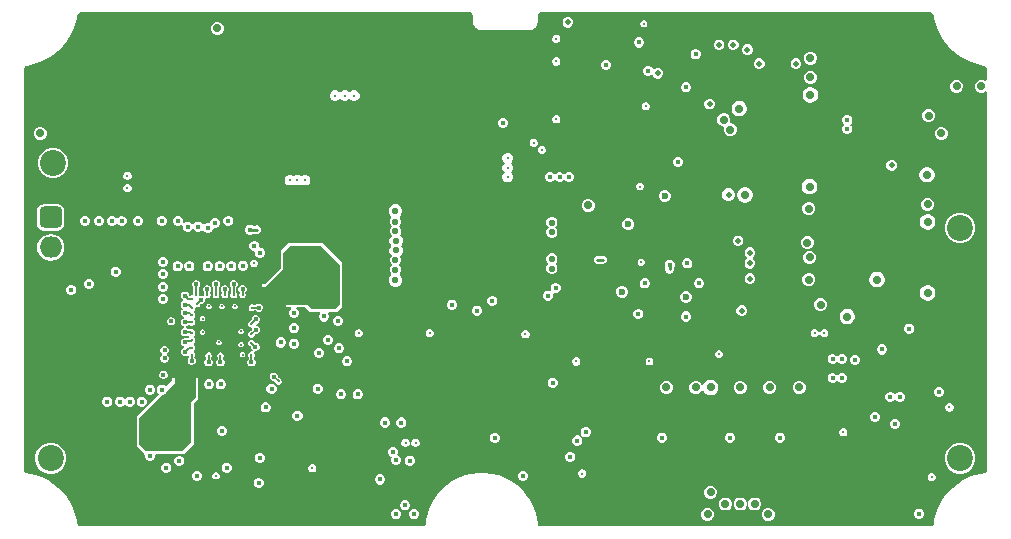
<source format=gbr>
%TF.GenerationSoftware,Altium Limited,Altium Designer,22.6.1 (34)*%
G04 Layer_Physical_Order=2*
G04 Layer_Color=3707366*
%FSLAX45Y45*%
%MOMM*%
%TF.SameCoordinates,07F994AE-BB1C-4BEA-A643-928B9DFDCC76*%
%TF.FilePolarity,Positive*%
%TF.FileFunction,Copper,L2,Inr,Signal*%
%TF.Part,Single*%
G01*
G75*
%TA.AperFunction,Conductor*%
%ADD13C,0.20000*%
%ADD19C,0.25000*%
%TA.AperFunction,ComponentPad*%
%ADD72O,1.90000X1.80000*%
G04:AMPARAMS|DCode=73|XSize=1.8mm|YSize=1.9mm|CornerRadius=0.36mm|HoleSize=0mm|Usage=FLASHONLY|Rotation=270.000|XOffset=0mm|YOffset=0mm|HoleType=Round|Shape=RoundedRectangle|*
%AMROUNDEDRECTD73*
21,1,1.80000,1.18000,0,0,270.0*
21,1,1.08000,1.90000,0,0,270.0*
1,1,0.72000,-0.59000,-0.54000*
1,1,0.72000,-0.59000,0.54000*
1,1,0.72000,0.59000,0.54000*
1,1,0.72000,0.59000,-0.54000*
%
%ADD73ROUNDEDRECTD73*%
%TA.AperFunction,WasherPad*%
%ADD74C,2.20000*%
%TA.AperFunction,ViaPad*%
%ADD75C,0.60000*%
%ADD76C,0.70000*%
%ADD77C,0.55000*%
%ADD78C,0.45000*%
%ADD79C,0.50000*%
%ADD80C,0.56000*%
%ADD81C,0.25000*%
%ADD82C,0.32500*%
%ADD83C,0.20000*%
%ADD84C,0.30000*%
%ADD86C,0.12500*%
G36*
X7700000Y4375000D02*
X7704973D01*
X7714161Y4371193D01*
X7721193Y4364161D01*
X7725000Y4354973D01*
X7725000Y4350000D01*
X7729679Y4323597D01*
X7743201Y4271719D01*
X7762140Y4221565D01*
X7786283Y4173699D01*
X7815358Y4128657D01*
X7849040Y4086948D01*
X7886948Y4049040D01*
X7928657Y4015358D01*
X7973699Y3986283D01*
X8021565Y3962140D01*
X8071719Y3943201D01*
X8123597Y3929679D01*
X8150000Y3925000D01*
X8154973D01*
X8164161Y3921194D01*
X8171194Y3914161D01*
X8175000Y3904973D01*
Y3799375D01*
X8163267Y3794515D01*
X8161155Y3796627D01*
X8140940Y3805000D01*
X8119060D01*
X8098845Y3796627D01*
X8083373Y3781155D01*
X8075000Y3760940D01*
Y3739060D01*
X8083373Y3718845D01*
X8098845Y3703374D01*
X8119060Y3695000D01*
X8140940D01*
X8161155Y3703374D01*
X8163267Y3705485D01*
X8175000Y3700625D01*
Y500000D01*
Y495027D01*
X8171194Y485839D01*
X8164161Y478806D01*
X8154973Y475000D01*
X8150000Y475000D01*
X8123596Y470320D01*
X8071719Y456799D01*
X8021565Y437860D01*
X7973698Y413717D01*
X7928657Y384641D01*
X7886948Y350960D01*
X7849039Y313051D01*
X7815358Y271342D01*
X7786283Y226301D01*
X7762140Y178434D01*
X7743201Y128280D01*
X7729679Y76403D01*
X7725000Y50000D01*
Y45027D01*
X7721194Y35838D01*
X7714161Y28806D01*
X7704973Y25000D01*
X4395027D01*
X4385838Y28806D01*
X4378806Y35838D01*
X4376619Y41118D01*
X4374704Y52735D01*
X4374703Y52745D01*
X4374703Y52745D01*
X4370608Y81566D01*
X4357194Y138195D01*
X4336994Y192772D01*
X4310306Y244487D01*
X4277526Y292572D01*
X4239142Y336314D01*
X4195723Y375063D01*
X4147913Y408244D01*
X4096424Y435364D01*
X4042018Y456021D01*
X3985503Y469908D01*
X3927720Y476819D01*
X3869524Y476651D01*
X3811782Y469406D01*
X3755349Y455193D01*
X3701063Y434222D01*
X3649731Y406804D01*
X3602114Y373348D01*
X3558919Y334348D01*
X3520789Y290385D01*
X3488288Y242111D01*
X3461899Y190242D01*
X3442014Y135550D01*
X3428929Y78844D01*
X3425000Y49999D01*
Y45027D01*
X3421194Y35838D01*
X3414161Y28806D01*
X3404973Y25000D01*
X495027D01*
X485839Y28806D01*
X478806Y35838D01*
X477732Y38431D01*
X475000Y49998D01*
Y50000D01*
X475000D01*
X475000Y50000D01*
X470320Y76403D01*
X456798Y128280D01*
X437860Y178434D01*
X413717Y226301D01*
X384641Y271342D01*
X350960Y313051D01*
X313051Y350960D01*
X271342Y384641D01*
X226301Y413717D01*
X178434Y437860D01*
X128280Y456799D01*
X76403Y470320D01*
X50000Y475000D01*
X50000Y475000D01*
X50000Y475000D01*
X38431Y477732D01*
X35838Y478806D01*
X28806Y485839D01*
X25000Y495027D01*
Y500000D01*
Y3900000D01*
Y3904973D01*
X28806Y3914161D01*
X35838Y3921194D01*
X45027Y3925000D01*
X50000Y3925000D01*
X76403Y3929679D01*
X128280Y3943201D01*
X178434Y3962140D01*
X226301Y3986283D01*
X271342Y4015358D01*
X313051Y4049039D01*
X350960Y4086948D01*
X384641Y4128657D01*
X413717Y4173698D01*
X437860Y4221565D01*
X456798Y4271719D01*
X470320Y4323596D01*
X475000Y4350000D01*
Y4354972D01*
X478806Y4364161D01*
X485839Y4371194D01*
X495027Y4375000D01*
X3804973D01*
X3814161Y4371194D01*
X3821194Y4364161D01*
X3825000Y4354972D01*
Y4300000D01*
X3825000D01*
X3825361Y4292649D01*
X3828230Y4278229D01*
X3833856Y4264645D01*
X3842024Y4252421D01*
X3852421Y4242024D01*
X3864645Y4233856D01*
X3878229Y4228230D01*
X3892649Y4225361D01*
X3900000Y4225000D01*
X4300000Y4225000D01*
Y4225000D01*
X4307351Y4225361D01*
X4321771Y4228230D01*
X4335354Y4233856D01*
X4347579Y4242024D01*
X4357975Y4252421D01*
X4366144Y4264645D01*
X4371770Y4278229D01*
X4374638Y4292649D01*
X4375000Y4300000D01*
X4375000Y4354972D01*
X4378806Y4364161D01*
X4385839Y4371194D01*
X4395027Y4375000D01*
X7700000D01*
Y4375000D01*
D02*
G37*
%LPC*%
G36*
X5275967Y4310000D02*
X5264032D01*
X5253006Y4305433D01*
X5244567Y4296994D01*
X5240000Y4285968D01*
Y4274033D01*
X5244567Y4263006D01*
X5253006Y4254567D01*
X5264032Y4250000D01*
X5275967D01*
X5286993Y4254567D01*
X5295433Y4263006D01*
X5300000Y4274033D01*
Y4285968D01*
X5295433Y4296994D01*
X5286993Y4305433D01*
X5275967Y4310000D01*
D02*
G37*
G36*
X4638565Y4335213D02*
X4620663D01*
X4604124Y4328362D01*
X4591465Y4315703D01*
X4584614Y4299164D01*
Y4281262D01*
X4591465Y4264722D01*
X4604124Y4252064D01*
X4620663Y4245213D01*
X4638565D01*
X4655104Y4252064D01*
X4667763Y4264722D01*
X4674614Y4281262D01*
Y4299164D01*
X4667763Y4315703D01*
X4655104Y4328362D01*
X4638565Y4335213D01*
D02*
G37*
G36*
X1670940Y4295000D02*
X1649060D01*
X1628845Y4286626D01*
X1613373Y4271155D01*
X1605000Y4250940D01*
Y4229060D01*
X1613373Y4208845D01*
X1628845Y4193373D01*
X1649060Y4185000D01*
X1670940D01*
X1691155Y4193373D01*
X1706627Y4208845D01*
X1715000Y4229060D01*
Y4250940D01*
X1706627Y4271155D01*
X1691155Y4286626D01*
X1670940Y4295000D01*
D02*
G37*
G36*
X4536962Y4185000D02*
X4523038D01*
X4510174Y4179672D01*
X4500329Y4169826D01*
X4495000Y4156962D01*
Y4143038D01*
X4500329Y4130174D01*
X4510174Y4120329D01*
X4523038Y4115000D01*
X4536962D01*
X4549826Y4120329D01*
X4559672Y4130174D01*
X4565000Y4143038D01*
Y4156962D01*
X4559672Y4169826D01*
X4549826Y4179672D01*
X4536962Y4185000D01*
D02*
G37*
G36*
X5238454Y4162500D02*
X5221546D01*
X5205926Y4156030D01*
X5193970Y4144074D01*
X5187500Y4128454D01*
Y4111546D01*
X5193970Y4095926D01*
X5205926Y4083970D01*
X5221546Y4077500D01*
X5238454D01*
X5254074Y4083970D01*
X5266030Y4095926D01*
X5272500Y4111546D01*
Y4128454D01*
X5266030Y4144074D01*
X5254074Y4156030D01*
X5238454Y4162500D01*
D02*
G37*
G36*
X6038951Y4145000D02*
X6021049D01*
X6004509Y4138149D01*
X5991851Y4125490D01*
X5985000Y4108951D01*
Y4091049D01*
X5991851Y4074510D01*
X6004509Y4061851D01*
X6021049Y4055000D01*
X6038951D01*
X6055490Y4061851D01*
X6068149Y4074510D01*
X6075000Y4091049D01*
Y4108951D01*
X6068149Y4125490D01*
X6055490Y4138149D01*
X6038951Y4145000D01*
D02*
G37*
G36*
X5918951D02*
X5901049D01*
X5884510Y4138149D01*
X5871851Y4125490D01*
X5865000Y4108951D01*
Y4091049D01*
X5871851Y4074510D01*
X5884510Y4061851D01*
X5901049Y4055000D01*
X5918951D01*
X5935491Y4061851D01*
X5948149Y4074510D01*
X5955000Y4091049D01*
Y4108951D01*
X5948149Y4125490D01*
X5935491Y4138149D01*
X5918951Y4145000D01*
D02*
G37*
G36*
X6158938Y4105000D02*
X6141036D01*
X6124497Y4098149D01*
X6111838Y4085490D01*
X6104988Y4068951D01*
Y4051049D01*
X6111838Y4034510D01*
X6124497Y4021851D01*
X6141036Y4015000D01*
X6158938D01*
X6175478Y4021851D01*
X6188136Y4034510D01*
X6194987Y4051049D01*
Y4068951D01*
X6188136Y4085490D01*
X6175478Y4098149D01*
X6158938Y4105000D01*
D02*
G37*
G36*
X5718454Y4062500D02*
X5701546D01*
X5685926Y4056030D01*
X5673970Y4044074D01*
X5667500Y4028454D01*
Y4011546D01*
X5673970Y3995926D01*
X5685926Y3983970D01*
X5701546Y3977500D01*
X5718454D01*
X5734074Y3983970D01*
X5746030Y3995926D01*
X5752500Y4011546D01*
Y4028454D01*
X5746030Y4044074D01*
X5734074Y4056030D01*
X5718454Y4062500D01*
D02*
G37*
G36*
X6693440Y4042500D02*
X6671560D01*
X6651345Y4034126D01*
X6635873Y4018655D01*
X6627500Y3998440D01*
Y3976560D01*
X6635873Y3956345D01*
X6651345Y3940873D01*
X6671560Y3932500D01*
X6693440D01*
X6713655Y3940873D01*
X6729126Y3956345D01*
X6737500Y3976560D01*
Y3998440D01*
X6729126Y4018655D01*
X6713655Y4034126D01*
X6693440Y4042500D01*
D02*
G37*
G36*
X4536962Y3995000D02*
X4523038D01*
X4510174Y3989671D01*
X4500329Y3979826D01*
X4495000Y3966962D01*
Y3953038D01*
X4500329Y3940174D01*
X4510174Y3930328D01*
X4523038Y3925000D01*
X4536962D01*
X4549826Y3930328D01*
X4559672Y3940174D01*
X4565000Y3953038D01*
Y3966962D01*
X4559672Y3979826D01*
X4549826Y3989671D01*
X4536962Y3995000D01*
D02*
G37*
G36*
X6568951Y3985000D02*
X6551049D01*
X6534510Y3978149D01*
X6521851Y3965490D01*
X6515000Y3948951D01*
Y3931049D01*
X6521851Y3914510D01*
X6534510Y3901851D01*
X6551049Y3895000D01*
X6568951D01*
X6585491Y3901851D01*
X6598149Y3914510D01*
X6605000Y3931049D01*
Y3948951D01*
X6598149Y3965490D01*
X6585491Y3978149D01*
X6568951Y3985000D01*
D02*
G37*
G36*
X6258951D02*
X6241049D01*
X6224510Y3978149D01*
X6211851Y3965490D01*
X6205000Y3948951D01*
Y3931049D01*
X6211851Y3914510D01*
X6224510Y3901851D01*
X6241049Y3895000D01*
X6258951D01*
X6275490Y3901851D01*
X6288149Y3914510D01*
X6295000Y3931049D01*
Y3948951D01*
X6288149Y3965490D01*
X6275490Y3978149D01*
X6258951Y3985000D01*
D02*
G37*
G36*
X4958454Y3972500D02*
X4941546D01*
X4925926Y3966030D01*
X4913970Y3954074D01*
X4907500Y3938454D01*
Y3921546D01*
X4913970Y3905926D01*
X4925926Y3893970D01*
X4941546Y3887500D01*
X4958454D01*
X4974074Y3893970D01*
X4986030Y3905926D01*
X4992500Y3921546D01*
Y3938454D01*
X4986030Y3954074D01*
X4974074Y3966030D01*
X4958454Y3972500D01*
D02*
G37*
G36*
X5318454Y3922500D02*
X5301546D01*
X5285926Y3916030D01*
X5273970Y3904074D01*
X5267500Y3888454D01*
Y3871546D01*
X5273970Y3855926D01*
X5285926Y3843970D01*
X5301546Y3837500D01*
X5318454D01*
X5334074Y3843970D01*
X5334153Y3844049D01*
X5349134Y3841069D01*
X5351851Y3834509D01*
X5364509Y3821851D01*
X5381049Y3815000D01*
X5398951D01*
X5415490Y3821851D01*
X5428149Y3834509D01*
X5435000Y3851049D01*
Y3868951D01*
X5428149Y3885490D01*
X5415490Y3898149D01*
X5398951Y3905000D01*
X5381049D01*
X5364509Y3898149D01*
X5362898Y3896538D01*
X5347917Y3899517D01*
X5346030Y3904074D01*
X5334074Y3916030D01*
X5318454Y3922500D01*
D02*
G37*
G36*
X6693440Y3880000D02*
X6671560D01*
X6651345Y3871626D01*
X6635873Y3856155D01*
X6627500Y3835940D01*
Y3814060D01*
X6635873Y3793845D01*
X6651345Y3778373D01*
X6671560Y3770000D01*
X6693440D01*
X6713655Y3778373D01*
X6729126Y3793845D01*
X6737500Y3814060D01*
Y3835940D01*
X6729126Y3856155D01*
X6713655Y3871626D01*
X6693440Y3880000D01*
D02*
G37*
G36*
X5638454Y3782500D02*
X5621546D01*
X5605926Y3776030D01*
X5593970Y3764074D01*
X5587500Y3748454D01*
Y3731546D01*
X5593970Y3715926D01*
X5605926Y3703970D01*
X5621546Y3697500D01*
X5638454D01*
X5654074Y3703970D01*
X5666030Y3715926D01*
X5672500Y3731546D01*
Y3748454D01*
X5666030Y3764074D01*
X5654074Y3776030D01*
X5638454Y3782500D01*
D02*
G37*
G36*
X2828951Y3715000D02*
X2811049D01*
X2794510Y3708149D01*
X2788297Y3701936D01*
X2780000Y3696666D01*
X2771703Y3701936D01*
X2765491Y3708149D01*
X2748951Y3715000D01*
X2731049D01*
X2714510Y3708149D01*
X2708297Y3701936D01*
X2700000Y3696666D01*
X2691703Y3701936D01*
X2685490Y3708149D01*
X2668951Y3715000D01*
X2651049D01*
X2634510Y3708149D01*
X2621851Y3695490D01*
X2615000Y3678951D01*
Y3661049D01*
X2621851Y3644510D01*
X2634510Y3631851D01*
X2651049Y3625000D01*
X2668951D01*
X2685490Y3631851D01*
X2691703Y3638064D01*
X2700000Y3643334D01*
X2708297Y3638064D01*
X2714510Y3631851D01*
X2731049Y3625000D01*
X2748951D01*
X2765491Y3631851D01*
X2771703Y3638064D01*
X2780000Y3643334D01*
X2788297Y3638064D01*
X2794510Y3631851D01*
X2811049Y3625000D01*
X2828951D01*
X2845490Y3631851D01*
X2858149Y3644510D01*
X2865000Y3661049D01*
Y3678951D01*
X2858149Y3695490D01*
X2845490Y3708149D01*
X2828951Y3715000D01*
D02*
G37*
G36*
X7930940Y3805000D02*
X7909060D01*
X7888845Y3796627D01*
X7873373Y3781155D01*
X7865000Y3760940D01*
Y3739060D01*
X7873373Y3718845D01*
X7888845Y3703374D01*
X7909060Y3695000D01*
X7930940D01*
X7951155Y3703374D01*
X7966626Y3718845D01*
X7975000Y3739060D01*
Y3760940D01*
X7966626Y3781155D01*
X7951155Y3796627D01*
X7930940Y3805000D01*
D02*
G37*
G36*
X6691057Y3740000D02*
X6673942D01*
X6657411Y3735570D01*
X6642589Y3727013D01*
X6630487Y3714911D01*
X6621930Y3700089D01*
X6617500Y3683558D01*
Y3666443D01*
X6621930Y3649911D01*
X6630487Y3635089D01*
X6642589Y3622987D01*
X6657411Y3614430D01*
X6673942Y3610000D01*
X6691057D01*
X6707589Y3614430D01*
X6722411Y3622987D01*
X6734513Y3635089D01*
X6743070Y3649911D01*
X6747500Y3666443D01*
Y3683558D01*
X6743070Y3700089D01*
X6734513Y3714911D01*
X6722411Y3727013D01*
X6707589Y3735570D01*
X6691057Y3740000D01*
D02*
G37*
G36*
X5837471Y3642643D02*
X5819570D01*
X5803030Y3635793D01*
X5790371Y3623134D01*
X5783521Y3606595D01*
Y3588693D01*
X5790371Y3572153D01*
X5803030Y3559495D01*
X5819570Y3552644D01*
X5837471D01*
X5854011Y3559495D01*
X5866669Y3572153D01*
X5873520Y3588693D01*
Y3606595D01*
X5866669Y3623134D01*
X5854011Y3635793D01*
X5837471Y3642643D01*
D02*
G37*
G36*
X5296962Y3615000D02*
X5283038D01*
X5270174Y3609671D01*
X5260329Y3599826D01*
X5255000Y3586962D01*
Y3573038D01*
X5260329Y3560174D01*
X5270174Y3550328D01*
X5283038Y3545000D01*
X5296962D01*
X5309826Y3550328D01*
X5319672Y3560174D01*
X5325000Y3573038D01*
Y3586962D01*
X5319672Y3599826D01*
X5309826Y3609671D01*
X5296962Y3615000D01*
D02*
G37*
G36*
X6088558Y3625000D02*
X6071443D01*
X6054911Y3620570D01*
X6040089Y3612013D01*
X6027987Y3599911D01*
X6019430Y3585089D01*
X6015000Y3568558D01*
Y3551442D01*
X6019430Y3534911D01*
X6027987Y3520089D01*
X6040089Y3507987D01*
X6054911Y3499430D01*
X6071443Y3495000D01*
X6088558D01*
X6105089Y3499430D01*
X6119911Y3507987D01*
X6132013Y3520089D01*
X6140570Y3534911D01*
X6145000Y3551442D01*
Y3568558D01*
X6140570Y3585089D01*
X6132013Y3599911D01*
X6119911Y3612013D01*
X6105089Y3620570D01*
X6088558Y3625000D01*
D02*
G37*
G36*
X7693440Y3555000D02*
X7671560D01*
X7651345Y3546626D01*
X7635873Y3531155D01*
X7627500Y3510940D01*
Y3489060D01*
X7635873Y3468845D01*
X7651345Y3453373D01*
X7671560Y3445000D01*
X7693440D01*
X7713655Y3453373D01*
X7729127Y3468845D01*
X7737500Y3489060D01*
Y3510940D01*
X7729127Y3531155D01*
X7713655Y3546626D01*
X7693440Y3555000D01*
D02*
G37*
G36*
X4536962Y3505000D02*
X4523038D01*
X4510174Y3499671D01*
X4500329Y3489826D01*
X4495000Y3476962D01*
Y3463038D01*
X4500329Y3450174D01*
X4510174Y3440328D01*
X4523038Y3435000D01*
X4536962D01*
X4549826Y3440328D01*
X4559672Y3450174D01*
X4565000Y3463038D01*
Y3476962D01*
X4559672Y3489826D01*
X4549826Y3499671D01*
X4536962Y3505000D01*
D02*
G37*
G36*
X4088454Y3482500D02*
X4071546D01*
X4055926Y3476030D01*
X4043970Y3464074D01*
X4037500Y3448454D01*
Y3431546D01*
X4043970Y3415926D01*
X4055926Y3403970D01*
X4071546Y3397500D01*
X4088454D01*
X4104074Y3403970D01*
X4116030Y3415926D01*
X4122500Y3431546D01*
Y3448454D01*
X4116030Y3464074D01*
X4104074Y3476030D01*
X4088454Y3482500D01*
D02*
G37*
G36*
X7003454Y3505000D02*
X6986546D01*
X6970926Y3498529D01*
X6958970Y3486574D01*
X6952500Y3470953D01*
Y3454046D01*
X6958970Y3438426D01*
X6964099Y3433297D01*
X6969898Y3425000D01*
X6964099Y3416703D01*
X6958970Y3411574D01*
X6952500Y3395954D01*
Y3379046D01*
X6958970Y3363426D01*
X6970926Y3351470D01*
X6986546Y3345000D01*
X7003454D01*
X7019074Y3351470D01*
X7031030Y3363426D01*
X7037500Y3379046D01*
Y3395954D01*
X7031030Y3411574D01*
X7025901Y3416703D01*
X7020102Y3425000D01*
X7025901Y3433297D01*
X7031030Y3438426D01*
X7037500Y3454046D01*
Y3470953D01*
X7031030Y3486574D01*
X7019074Y3498529D01*
X7003454Y3505000D01*
D02*
G37*
G36*
X5960940Y3520000D02*
X5939060D01*
X5918845Y3511626D01*
X5903374Y3496155D01*
X5895000Y3475940D01*
Y3454060D01*
X5903374Y3433845D01*
X5918845Y3418373D01*
X5939060Y3410000D01*
X5942958D01*
X5950014Y3399440D01*
X5947343Y3392993D01*
Y3371113D01*
X5955717Y3350899D01*
X5971188Y3335427D01*
X5991403Y3327054D01*
X6013283D01*
X6033498Y3335427D01*
X6048970Y3350899D01*
X6057343Y3371113D01*
Y3392993D01*
X6048970Y3413208D01*
X6033498Y3428680D01*
X6013283Y3437053D01*
X6009385D01*
X6002330Y3447613D01*
X6005000Y3454060D01*
Y3475940D01*
X5996627Y3496155D01*
X5981155Y3511626D01*
X5960940Y3520000D01*
D02*
G37*
G36*
X7800940Y3405000D02*
X7779060D01*
X7758845Y3396626D01*
X7743373Y3381155D01*
X7735000Y3360940D01*
Y3339060D01*
X7743373Y3318845D01*
X7758845Y3303373D01*
X7779060Y3295000D01*
X7800940D01*
X7821155Y3303373D01*
X7836626Y3318845D01*
X7845000Y3339060D01*
Y3360940D01*
X7836626Y3381155D01*
X7821155Y3396626D01*
X7800940Y3405000D01*
D02*
G37*
G36*
X170940D02*
X149060D01*
X128845Y3396626D01*
X113373Y3381155D01*
X105000Y3360940D01*
Y3339060D01*
X113373Y3318845D01*
X128845Y3303373D01*
X149060Y3295000D01*
X170940D01*
X191155Y3303373D01*
X206626Y3318845D01*
X215000Y3339060D01*
Y3360940D01*
X206626Y3381155D01*
X191155Y3396626D01*
X170940Y3405000D01*
D02*
G37*
G36*
X4346962Y3305000D02*
X4333038D01*
X4320174Y3299672D01*
X4310328Y3289826D01*
X4305000Y3276962D01*
Y3263038D01*
X4310328Y3250174D01*
X4320174Y3240329D01*
X4333038Y3235000D01*
X4346962D01*
X4359826Y3240329D01*
X4369671Y3250174D01*
X4375000Y3263038D01*
Y3276962D01*
X4369671Y3289826D01*
X4359826Y3299672D01*
X4346962Y3305000D01*
D02*
G37*
G36*
X4416962Y3245000D02*
X4403038D01*
X4390174Y3239671D01*
X4380329Y3229826D01*
X4375000Y3216962D01*
Y3203038D01*
X4380329Y3190174D01*
X4390174Y3180328D01*
X4403038Y3175000D01*
X4416962D01*
X4429826Y3180328D01*
X4439672Y3190174D01*
X4445000Y3203038D01*
Y3216962D01*
X4439672Y3229826D01*
X4429826Y3239671D01*
X4416962Y3245000D01*
D02*
G37*
G36*
X5568453Y3152500D02*
X5551546D01*
X5535926Y3146030D01*
X5523970Y3134074D01*
X5517500Y3118454D01*
Y3101546D01*
X5523970Y3085926D01*
X5535926Y3073970D01*
X5551546Y3067500D01*
X5568453D01*
X5584074Y3073970D01*
X5596029Y3085926D01*
X5602500Y3101546D01*
Y3118454D01*
X5596029Y3134074D01*
X5584074Y3146030D01*
X5568453Y3152500D01*
D02*
G37*
G36*
X7378951Y3123826D02*
X7361049D01*
X7344510Y3116975D01*
X7331851Y3104317D01*
X7325000Y3087777D01*
Y3069875D01*
X7331851Y3053336D01*
X7344510Y3040677D01*
X7361049Y3033827D01*
X7378951D01*
X7395490Y3040677D01*
X7408149Y3053336D01*
X7415000Y3069875D01*
Y3087777D01*
X7408149Y3104317D01*
X7395490Y3116975D01*
X7378951Y3123826D01*
D02*
G37*
G36*
X2413951Y3000000D02*
X2396049D01*
X2379510Y2993149D01*
X2372500Y2986139D01*
X2365490Y2993149D01*
X2348951Y3000000D01*
X2331049D01*
X2314509Y2993149D01*
X2307500Y2986140D01*
X2300490Y2993149D01*
X2283951Y3000000D01*
X2266049D01*
X2249510Y2993149D01*
X2236851Y2980490D01*
X2230000Y2963951D01*
Y2946049D01*
X2236851Y2929510D01*
X2249510Y2916851D01*
X2266049Y2910000D01*
X2283951D01*
X2300490Y2916851D01*
X2307500Y2923860D01*
X2314509Y2916851D01*
X2331049Y2910000D01*
X2348951D01*
X2365490Y2916851D01*
X2372500Y2923861D01*
X2379510Y2916851D01*
X2396049Y2910000D01*
X2413951D01*
X2430490Y2916851D01*
X2443149Y2929510D01*
X2450000Y2946049D01*
Y2963951D01*
X2443149Y2980490D01*
X2430490Y2993149D01*
X2413951Y3000000D01*
D02*
G37*
G36*
X287108Y3229997D02*
X252878D01*
X219815Y3221138D01*
X190171Y3204023D01*
X165967Y3179819D01*
X148852Y3150175D01*
X139993Y3117112D01*
Y3082882D01*
X148852Y3049819D01*
X165967Y3020175D01*
X190171Y2995971D01*
X219815Y2978856D01*
X252878Y2969997D01*
X287108D01*
X320171Y2978856D01*
X349815Y2995971D01*
X374019Y3020175D01*
X391134Y3049819D01*
X399993Y3082882D01*
Y3117112D01*
X391134Y3150175D01*
X374019Y3179819D01*
X349815Y3204023D01*
X320171Y3221138D01*
X287108Y3229997D01*
D02*
G37*
G36*
X906962Y3025000D02*
X893038D01*
X880174Y3019672D01*
X870328Y3009826D01*
X865000Y2996962D01*
Y2983038D01*
X870328Y2970174D01*
X880174Y2960329D01*
X893038Y2955000D01*
X906962D01*
X919826Y2960329D01*
X929671Y2970174D01*
X935000Y2983038D01*
Y2996962D01*
X929671Y3009826D01*
X919826Y3019672D01*
X906962Y3025000D01*
D02*
G37*
G36*
X4487137Y3023817D02*
X4470229D01*
X4454609Y3017347D01*
X4442653Y3005391D01*
X4436183Y2989770D01*
Y2972863D01*
X4442653Y2957243D01*
X4454609Y2945287D01*
X4470229Y2938817D01*
X4487137D01*
X4502757Y2945287D01*
X4510880Y2953410D01*
X4519500Y2955611D01*
X4526759Y2953137D01*
X4535267Y2944629D01*
X4550888Y2938158D01*
X4567795D01*
X4583416Y2944629D01*
X4591539Y2952752D01*
X4600159Y2954952D01*
X4607417Y2952479D01*
X4615926Y2943970D01*
X4631546Y2937500D01*
X4648454D01*
X4664074Y2943970D01*
X4676030Y2955926D01*
X4682500Y2971546D01*
Y2988454D01*
X4676030Y3004074D01*
X4664074Y3016030D01*
X4648454Y3022500D01*
X4631546D01*
X4615926Y3016030D01*
X4607803Y3007906D01*
X4599183Y3005706D01*
X4591924Y3008179D01*
X4583416Y3016688D01*
X4567795Y3023158D01*
X4550888D01*
X4535267Y3016688D01*
X4527144Y3008565D01*
X4518524Y3006364D01*
X4511266Y3008838D01*
X4502757Y3017347D01*
X4487137Y3023817D01*
D02*
G37*
G36*
X7678557Y3065000D02*
X7661442D01*
X7644911Y3060570D01*
X7630089Y3052013D01*
X7617987Y3039911D01*
X7609430Y3025089D01*
X7605000Y3008557D01*
Y2991442D01*
X7609430Y2974911D01*
X7617987Y2960089D01*
X7630089Y2947987D01*
X7644911Y2939430D01*
X7661442Y2935000D01*
X7678557D01*
X7695089Y2939430D01*
X7709911Y2947987D01*
X7722013Y2960089D01*
X7730570Y2974911D01*
X7735000Y2991442D01*
Y3008557D01*
X7730570Y3025089D01*
X7722013Y3039911D01*
X7709911Y3052013D01*
X7695089Y3060570D01*
X7678557Y3065000D01*
D02*
G37*
G36*
X4128951Y3185000D02*
X4111049D01*
X4094509Y3178149D01*
X4081851Y3165490D01*
X4075000Y3148951D01*
Y3131049D01*
X4081851Y3114510D01*
X4088064Y3108297D01*
X4093333Y3100000D01*
X4088064Y3091703D01*
X4081851Y3085490D01*
X4075000Y3068951D01*
Y3051049D01*
X4081851Y3034510D01*
X4088064Y3028297D01*
X4093333Y3020000D01*
X4088064Y3011703D01*
X4081851Y3005490D01*
X4075000Y2988951D01*
Y2971049D01*
X4081851Y2954509D01*
X4094509Y2941851D01*
X4111049Y2935000D01*
X4128951D01*
X4145490Y2941851D01*
X4158149Y2954509D01*
X4165000Y2971049D01*
Y2988951D01*
X4158149Y3005490D01*
X4151936Y3011703D01*
X4146666Y3020000D01*
X4151936Y3028297D01*
X4158149Y3034510D01*
X4165000Y3051049D01*
Y3068951D01*
X4158149Y3085490D01*
X4151936Y3091703D01*
X4146666Y3100000D01*
X4151936Y3108297D01*
X4158149Y3114510D01*
X4165000Y3131049D01*
Y3148951D01*
X4158149Y3165490D01*
X4145490Y3178149D01*
X4128951Y3185000D01*
D02*
G37*
G36*
X5246464Y2932500D02*
X5233535D01*
X5221590Y2927552D01*
X5212448Y2918410D01*
X5207500Y2906465D01*
Y2893535D01*
X5212448Y2881590D01*
X5221590Y2872448D01*
X5233535Y2867500D01*
X5246464D01*
X5258410Y2872448D01*
X5267552Y2881590D01*
X5272500Y2893535D01*
Y2906465D01*
X5267552Y2918410D01*
X5258410Y2927552D01*
X5246464Y2932500D01*
D02*
G37*
G36*
X906962Y2922500D02*
X893038D01*
X880174Y2917171D01*
X870328Y2907326D01*
X865000Y2894462D01*
Y2880538D01*
X870328Y2867674D01*
X880174Y2857828D01*
X893038Y2852500D01*
X906962D01*
X919826Y2857828D01*
X929671Y2867674D01*
X935000Y2880538D01*
Y2894462D01*
X929671Y2907326D01*
X919826Y2917171D01*
X906962Y2922500D01*
D02*
G37*
G36*
X6683557Y2965000D02*
X6666442D01*
X6649910Y2960570D01*
X6635089Y2952013D01*
X6622987Y2939911D01*
X6614429Y2925089D01*
X6610000Y2908558D01*
Y2891443D01*
X6614429Y2874911D01*
X6622987Y2860090D01*
X6635089Y2847987D01*
X6649910Y2839430D01*
X6666442Y2835000D01*
X6683557D01*
X6700089Y2839430D01*
X6714910Y2847987D01*
X6727012Y2860090D01*
X6735570Y2874911D01*
X6739999Y2891443D01*
Y2908558D01*
X6735570Y2925089D01*
X6727012Y2939911D01*
X6714910Y2952013D01*
X6700089Y2960570D01*
X6683557Y2965000D01*
D02*
G37*
G36*
X6000940Y2885000D02*
X5979060D01*
X5958845Y2876626D01*
X5943373Y2861155D01*
X5935000Y2840940D01*
Y2819060D01*
X5943373Y2798845D01*
X5958845Y2783373D01*
X5979060Y2775000D01*
X6000940D01*
X6021155Y2783373D01*
X6036626Y2798845D01*
X6045000Y2819060D01*
Y2840940D01*
X6036626Y2861155D01*
X6021155Y2876626D01*
X6000940Y2885000D01*
D02*
G37*
G36*
X5459946Y2870000D02*
X5440054D01*
X5421677Y2862388D01*
X5407612Y2848323D01*
X5400000Y2829946D01*
Y2810054D01*
X5407612Y2791677D01*
X5421677Y2777612D01*
X5440054Y2770000D01*
X5459946D01*
X5478323Y2777612D01*
X5492388Y2791677D01*
X5500000Y2810054D01*
Y2829946D01*
X5492388Y2848323D01*
X5478323Y2862388D01*
X5459946Y2870000D01*
D02*
G37*
G36*
X6138557Y2895000D02*
X6121442D01*
X6104911Y2890570D01*
X6090089Y2882013D01*
X6077987Y2869911D01*
X6069430Y2855089D01*
X6065000Y2838557D01*
Y2821442D01*
X6069430Y2804911D01*
X6077987Y2790089D01*
X6090089Y2777987D01*
X6104911Y2769430D01*
X6121442Y2765000D01*
X6138557D01*
X6155089Y2769430D01*
X6169911Y2777987D01*
X6182013Y2790089D01*
X6190570Y2804911D01*
X6195000Y2821442D01*
Y2838557D01*
X6190570Y2855089D01*
X6182013Y2869911D01*
X6169911Y2882013D01*
X6155089Y2890570D01*
X6138557Y2895000D01*
D02*
G37*
G36*
X7685939Y2805000D02*
X7664059D01*
X7643845Y2796627D01*
X7628373Y2781155D01*
X7619999Y2760940D01*
Y2739060D01*
X7628373Y2718845D01*
X7643845Y2703374D01*
X7664059Y2695000D01*
X7685939D01*
X7706154Y2703374D01*
X7721626Y2718845D01*
X7729999Y2739060D01*
Y2760940D01*
X7721626Y2781155D01*
X7706154Y2796627D01*
X7685939Y2805000D01*
D02*
G37*
G36*
X4810940Y2795000D02*
X4789060D01*
X4768845Y2786627D01*
X4753374Y2771155D01*
X4745000Y2750940D01*
Y2729060D01*
X4753374Y2708845D01*
X4768845Y2693374D01*
X4789060Y2685000D01*
X4810940D01*
X4831155Y2693374D01*
X4846627Y2708845D01*
X4855000Y2729060D01*
Y2750940D01*
X4846627Y2771155D01*
X4831155Y2786627D01*
X4810940Y2795000D01*
D02*
G37*
G36*
X6680940Y2767500D02*
X6659060D01*
X6638845Y2759126D01*
X6623373Y2743655D01*
X6615000Y2723440D01*
Y2701560D01*
X6623373Y2681345D01*
X6638845Y2665873D01*
X6659060Y2657500D01*
X6680940D01*
X6701155Y2665873D01*
X6716626Y2681345D01*
X6725000Y2701560D01*
Y2723440D01*
X6716626Y2743655D01*
X6701155Y2759126D01*
X6680940Y2767500D01*
D02*
G37*
G36*
X858454Y2652500D02*
X841546D01*
X825926Y2646030D01*
X818076Y2638179D01*
X810000Y2635428D01*
X801924Y2638179D01*
X794074Y2646030D01*
X778454Y2652500D01*
X761546D01*
X745926Y2646030D01*
X733970Y2634074D01*
X727500Y2618454D01*
Y2601546D01*
X733970Y2585926D01*
X745926Y2573970D01*
X761546Y2567500D01*
X778454D01*
X794074Y2573970D01*
X801924Y2581821D01*
X810000Y2584573D01*
X818076Y2581821D01*
X825926Y2573970D01*
X841546Y2567500D01*
X858454D01*
X874074Y2573970D01*
X886030Y2585926D01*
X892500Y2601546D01*
Y2618454D01*
X886030Y2634074D01*
X874074Y2646030D01*
X858454Y2652500D01*
D02*
G37*
G36*
X1763454D02*
X1746546D01*
X1730926Y2646030D01*
X1718970Y2634074D01*
X1712500Y2618454D01*
Y2601546D01*
X1718970Y2585926D01*
X1730926Y2573970D01*
X1746546Y2567500D01*
X1763454D01*
X1779074Y2573970D01*
X1791030Y2585926D01*
X1797500Y2601546D01*
Y2618454D01*
X1791030Y2634074D01*
X1779074Y2646030D01*
X1763454Y2652500D01*
D02*
G37*
G36*
X1198454D02*
X1181546D01*
X1165926Y2646030D01*
X1153970Y2634074D01*
X1147500Y2618454D01*
Y2601546D01*
X1153970Y2585926D01*
X1165926Y2573970D01*
X1181546Y2567500D01*
X1198454D01*
X1214074Y2573970D01*
X1226030Y2585926D01*
X1232500Y2601546D01*
Y2618454D01*
X1226030Y2634074D01*
X1214074Y2646030D01*
X1198454Y2652500D01*
D02*
G37*
G36*
X998454D02*
X981546D01*
X965926Y2646030D01*
X953970Y2634074D01*
X947500Y2618454D01*
Y2601546D01*
X953970Y2585926D01*
X965926Y2573970D01*
X981546Y2567500D01*
X998454D01*
X1014074Y2573970D01*
X1026030Y2585926D01*
X1032500Y2601546D01*
Y2618454D01*
X1026030Y2634074D01*
X1014074Y2646030D01*
X998454Y2652500D01*
D02*
G37*
G36*
X668454D02*
X651546D01*
X635926Y2646030D01*
X623970Y2634074D01*
X617500Y2618454D01*
Y2601546D01*
X623970Y2585926D01*
X635926Y2573970D01*
X651546Y2567500D01*
X668454D01*
X684074Y2573970D01*
X696030Y2585926D01*
X702500Y2601546D01*
Y2618454D01*
X696030Y2634074D01*
X684074Y2646030D01*
X668454Y2652500D01*
D02*
G37*
G36*
X548454D02*
X531546D01*
X515926Y2646030D01*
X503970Y2634074D01*
X497500Y2618454D01*
Y2601546D01*
X503970Y2585926D01*
X515926Y2573970D01*
X531546Y2567500D01*
X548454D01*
X564074Y2573970D01*
X576030Y2585926D01*
X582500Y2601546D01*
Y2618454D01*
X576030Y2634074D01*
X564074Y2646030D01*
X548454Y2652500D01*
D02*
G37*
G36*
X7683557Y2665000D02*
X7666442D01*
X7649910Y2660570D01*
X7635089Y2652013D01*
X7622987Y2639911D01*
X7614429Y2625089D01*
X7610000Y2608558D01*
Y2591443D01*
X7614429Y2574911D01*
X7622987Y2560089D01*
X7635089Y2547987D01*
X7649910Y2539430D01*
X7666442Y2535000D01*
X7683557D01*
X7700088Y2539430D01*
X7714910Y2547987D01*
X7727012Y2560089D01*
X7735569Y2574911D01*
X7739999Y2591443D01*
Y2608558D01*
X7735569Y2625089D01*
X7727012Y2639911D01*
X7714910Y2652013D01*
X7700088Y2660570D01*
X7683557Y2665000D01*
D02*
G37*
G36*
X5149946Y2630000D02*
X5130054D01*
X5111677Y2622388D01*
X5097612Y2608323D01*
X5090000Y2589946D01*
Y2570054D01*
X5097612Y2551677D01*
X5111677Y2537612D01*
X5130054Y2530000D01*
X5149946D01*
X5168323Y2537612D01*
X5182388Y2551677D01*
X5190000Y2570054D01*
Y2589946D01*
X5182388Y2608323D01*
X5168323Y2622388D01*
X5149946Y2630000D01*
D02*
G37*
G36*
X308999Y2750097D02*
X191000D01*
X169150Y2745751D01*
X150626Y2733374D01*
X138249Y2714850D01*
X133903Y2693000D01*
Y2585000D01*
X138249Y2563150D01*
X150626Y2544627D01*
X169150Y2532250D01*
X191000Y2527904D01*
X308999D01*
X330849Y2532250D01*
X349373Y2544627D01*
X361750Y2563150D01*
X366096Y2585000D01*
Y2693000D01*
X361750Y2714850D01*
X349373Y2733374D01*
X330849Y2745751D01*
X308999Y2750097D01*
D02*
G37*
G36*
X1338454Y2652500D02*
X1321546D01*
X1305926Y2646030D01*
X1293970Y2634074D01*
X1287500Y2618454D01*
Y2601546D01*
X1293970Y2585926D01*
X1305926Y2573970D01*
X1321546Y2567500D01*
X1338454D01*
X1354074Y2573970D01*
X1357428Y2577325D01*
X1368195Y2570131D01*
X1367500Y2568454D01*
Y2551546D01*
X1373970Y2535926D01*
X1385926Y2523970D01*
X1401546Y2517500D01*
X1418454D01*
X1434074Y2523970D01*
X1446030Y2535926D01*
X1446980Y2538220D01*
X1460726D01*
X1461372Y2536661D01*
X1473328Y2524705D01*
X1488948Y2518235D01*
X1505855D01*
X1521476Y2524705D01*
X1528019Y2531248D01*
X1542827Y2528685D01*
X1543970Y2525926D01*
X1555926Y2513970D01*
X1571546Y2507500D01*
X1588454D01*
X1604074Y2513970D01*
X1616030Y2525926D01*
X1621069Y2538093D01*
X1631547Y2547500D01*
X1648454D01*
X1664074Y2553970D01*
X1676030Y2565926D01*
X1682500Y2581546D01*
Y2598454D01*
X1676030Y2614074D01*
X1664074Y2626030D01*
X1648454Y2632500D01*
X1631546D01*
X1615926Y2626030D01*
X1603970Y2614074D01*
X1598931Y2601907D01*
X1588453Y2592500D01*
X1571546D01*
X1555926Y2586030D01*
X1549382Y2579486D01*
X1534574Y2582050D01*
X1533431Y2584809D01*
X1521476Y2596764D01*
X1505855Y2603235D01*
X1488948D01*
X1473328Y2596764D01*
X1461372Y2584809D01*
X1460422Y2582515D01*
X1446675D01*
X1446030Y2584074D01*
X1434074Y2596030D01*
X1418454Y2602500D01*
X1401546D01*
X1385926Y2596030D01*
X1382572Y2592675D01*
X1371805Y2599869D01*
X1372500Y2601546D01*
Y2618454D01*
X1366030Y2634074D01*
X1354074Y2646030D01*
X1338454Y2652500D01*
D02*
G37*
G36*
X1948454Y2577500D02*
X1931546D01*
X1915926Y2571030D01*
X1903970Y2559074D01*
X1897500Y2543454D01*
Y2526546D01*
X1903970Y2510926D01*
X1915926Y2498970D01*
X1931546Y2492500D01*
X1948454D01*
X1964074Y2498970D01*
X1966967Y2501863D01*
X1980273D01*
X1987790Y2498750D01*
X2002211D01*
X2015534Y2504269D01*
X2025731Y2514466D01*
X2031250Y2527789D01*
Y2542211D01*
X2025731Y2555534D01*
X2015534Y2565731D01*
X2002211Y2571250D01*
X1987790D01*
X1980273Y2568137D01*
X1966967D01*
X1964074Y2571030D01*
X1948454Y2577500D01*
D02*
G37*
G36*
X4502673Y2643000D02*
X4483577D01*
X4465935Y2635692D01*
X4452433Y2622190D01*
X4445125Y2604548D01*
Y2585452D01*
X4452433Y2567810D01*
X4465868Y2554375D01*
X4452433Y2540940D01*
X4445125Y2523298D01*
Y2504202D01*
X4452433Y2486560D01*
X4465935Y2473058D01*
X4483577Y2465750D01*
X4502673D01*
X4520315Y2473058D01*
X4533817Y2486560D01*
X4541125Y2504202D01*
Y2523298D01*
X4533817Y2540940D01*
X4520382Y2554375D01*
X4533817Y2567810D01*
X4541125Y2585452D01*
Y2604548D01*
X4533817Y2622190D01*
X4520315Y2635692D01*
X4502673Y2643000D01*
D02*
G37*
G36*
X7967112Y2679998D02*
X7932882D01*
X7899819Y2671138D01*
X7870175Y2654023D01*
X7845971Y2629819D01*
X7828856Y2600176D01*
X7819997Y2567112D01*
Y2532883D01*
X7828856Y2499819D01*
X7845971Y2470176D01*
X7870175Y2445972D01*
X7899819Y2428857D01*
X7932882Y2419998D01*
X7967112D01*
X8000175Y2428857D01*
X8029819Y2445972D01*
X8054023Y2470176D01*
X8071138Y2499819D01*
X8079997Y2532883D01*
Y2567112D01*
X8071138Y2600176D01*
X8054023Y2629819D01*
X8029819Y2654023D01*
X8000175Y2671138D01*
X7967112Y2679998D01*
D02*
G37*
G36*
X6078951Y2485000D02*
X6061049D01*
X6044510Y2478149D01*
X6031851Y2465490D01*
X6025000Y2448951D01*
Y2431049D01*
X6031851Y2414510D01*
X6044510Y2401851D01*
X6061049Y2395000D01*
X6078951D01*
X6095490Y2401851D01*
X6108149Y2414510D01*
X6115000Y2431049D01*
Y2448951D01*
X6108149Y2465490D01*
X6095490Y2478149D01*
X6078951Y2485000D01*
D02*
G37*
G36*
X6668440Y2480000D02*
X6646560D01*
X6626345Y2471627D01*
X6610873Y2456155D01*
X6602500Y2435940D01*
Y2414060D01*
X6610873Y2393845D01*
X6626345Y2378373D01*
X6646560Y2370000D01*
X6668440D01*
X6688655Y2378373D01*
X6704126Y2393845D01*
X6712500Y2414060D01*
Y2435940D01*
X6704126Y2456155D01*
X6688655Y2471627D01*
X6668440Y2480000D01*
D02*
G37*
G36*
X1983454Y2440000D02*
X1966546D01*
X1950926Y2433530D01*
X1938970Y2421574D01*
X1932500Y2405954D01*
Y2389046D01*
X1938970Y2373426D01*
X1950926Y2361470D01*
X1966477Y2355029D01*
X1975788Y2351016D01*
X1977500Y2348453D01*
Y2331546D01*
X1983970Y2315926D01*
X1995926Y2303970D01*
X2011546Y2297500D01*
X2028454D01*
X2044074Y2303970D01*
X2056030Y2315926D01*
X2062500Y2331546D01*
Y2348454D01*
X2056030Y2364074D01*
X2044074Y2376030D01*
X2028523Y2382471D01*
X2019212Y2386484D01*
X2017500Y2389047D01*
Y2405954D01*
X2011030Y2421574D01*
X1999074Y2433530D01*
X1983454Y2440000D01*
D02*
G37*
G36*
X254999Y2495949D02*
X245000D01*
X216284Y2492169D01*
X189525Y2481085D01*
X166547Y2463453D01*
X148915Y2440475D01*
X137831Y2413716D01*
X134051Y2385000D01*
X137831Y2356285D01*
X148915Y2329526D01*
X166547Y2306548D01*
X189525Y2288916D01*
X216284Y2277832D01*
X245000Y2274051D01*
X254999D01*
X283715Y2277832D01*
X310474Y2288916D01*
X333452Y2306548D01*
X351084Y2329526D01*
X362168Y2356285D01*
X365948Y2385000D01*
X362168Y2413716D01*
X351084Y2440475D01*
X333452Y2463453D01*
X310474Y2481085D01*
X283715Y2492169D01*
X254999Y2495949D01*
D02*
G37*
G36*
X4930000Y2313137D02*
X4880000D01*
X4867319Y2310614D01*
X4856569Y2303431D01*
X4849386Y2292681D01*
X4846863Y2280000D01*
X4849386Y2267319D01*
X4856569Y2256569D01*
X4867319Y2249386D01*
X4880000Y2246863D01*
X4930000D01*
X4942681Y2249386D01*
X4953431Y2256569D01*
X4960614Y2267319D01*
X4963137Y2280000D01*
X4960614Y2292681D01*
X4953431Y2303431D01*
X4942681Y2310614D01*
X4930000Y2313137D01*
D02*
G37*
G36*
X6685940Y2355000D02*
X6664060D01*
X6643845Y2346627D01*
X6628373Y2331155D01*
X6620000Y2310940D01*
Y2289060D01*
X6628373Y2268845D01*
X6643845Y2253374D01*
X6664060Y2245000D01*
X6685940D01*
X6706154Y2253374D01*
X6721626Y2268845D01*
X6729999Y2289060D01*
Y2310940D01*
X6721626Y2331155D01*
X6706154Y2346627D01*
X6685940Y2355000D01*
D02*
G37*
G36*
X5255967Y2290000D02*
X5244032D01*
X5233006Y2285433D01*
X5224567Y2276994D01*
X5220000Y2265968D01*
Y2254033D01*
X5224567Y2243006D01*
X5233006Y2234567D01*
X5244032Y2230000D01*
X5255967D01*
X5266994Y2234567D01*
X5275433Y2243006D01*
X5280000Y2254033D01*
Y2265968D01*
X5275433Y2276994D01*
X5266994Y2285433D01*
X5255967Y2290000D01*
D02*
G37*
G36*
X1976465Y2282500D02*
X1963536D01*
X1951590Y2277552D01*
X1942448Y2268410D01*
X1937500Y2256465D01*
Y2243536D01*
X1942448Y2231590D01*
X1951590Y2222448D01*
X1963536Y2217500D01*
X1976465D01*
X1988410Y2222448D01*
X1997552Y2231590D01*
X2002500Y2243536D01*
Y2256465D01*
X1997552Y2268410D01*
X1988410Y2277552D01*
X1976465Y2282500D01*
D02*
G37*
G36*
X1208454Y2302500D02*
X1191546D01*
X1175926Y2296030D01*
X1163970Y2284074D01*
X1157500Y2268454D01*
Y2251546D01*
X1163970Y2235926D01*
X1175926Y2223970D01*
X1191546Y2217500D01*
X1208454D01*
X1224074Y2223970D01*
X1236030Y2235926D01*
X1242500Y2251546D01*
Y2268454D01*
X1236030Y2284074D01*
X1224074Y2296030D01*
X1208454Y2302500D01*
D02*
G37*
G36*
X5648454Y2292500D02*
X5631546D01*
X5615926Y2286030D01*
X5603970Y2274074D01*
X5597500Y2258454D01*
Y2241546D01*
X5603970Y2225926D01*
X5615926Y2213970D01*
X5631546Y2207500D01*
X5648454D01*
X5664074Y2213970D01*
X5676030Y2225926D01*
X5682500Y2241546D01*
Y2258454D01*
X5676030Y2274074D01*
X5664074Y2286030D01*
X5648454Y2292500D01*
D02*
G37*
G36*
X6178951Y2385000D02*
X6161049D01*
X6144510Y2378149D01*
X6131851Y2365490D01*
X6125000Y2348951D01*
Y2331049D01*
X6131851Y2314509D01*
X6144510Y2301851D01*
X6145719Y2301350D01*
Y2288650D01*
X6144510Y2288149D01*
X6131851Y2275490D01*
X6125000Y2258951D01*
Y2241049D01*
X6131851Y2224510D01*
X6144510Y2211851D01*
X6161049Y2205000D01*
X6178951D01*
X6195491Y2211851D01*
X6208149Y2224510D01*
X6215000Y2241049D01*
Y2258951D01*
X6208149Y2275490D01*
X6195491Y2288149D01*
X6194281Y2288650D01*
Y2301350D01*
X6195491Y2301851D01*
X6208149Y2314509D01*
X6215000Y2331049D01*
Y2348951D01*
X6208149Y2365490D01*
X6195491Y2378149D01*
X6178951Y2385000D01*
D02*
G37*
G36*
X1888454Y2272500D02*
X1871546D01*
X1855926Y2266030D01*
X1843970Y2254074D01*
X1837500Y2238454D01*
Y2221546D01*
X1843970Y2205926D01*
X1855926Y2193970D01*
X1871546Y2187500D01*
X1888454D01*
X1904074Y2193970D01*
X1916030Y2205926D01*
X1922500Y2221546D01*
Y2238454D01*
X1916030Y2254074D01*
X1904074Y2266030D01*
X1888454Y2272500D01*
D02*
G37*
G36*
X1788453Y2267500D02*
X1771546D01*
X1755925Y2261030D01*
X1743970Y2249074D01*
X1737500Y2233454D01*
Y2216546D01*
X1743970Y2200926D01*
X1755925Y2188970D01*
X1771546Y2182500D01*
X1788453D01*
X1804074Y2188970D01*
X1816029Y2200926D01*
X1822499Y2216546D01*
Y2233454D01*
X1816029Y2249074D01*
X1804074Y2261030D01*
X1788453Y2267500D01*
D02*
G37*
G36*
X1688453D02*
X1671546D01*
X1655925Y2261030D01*
X1643970Y2249074D01*
X1637500Y2233454D01*
Y2216546D01*
X1643970Y2200926D01*
X1655925Y2188970D01*
X1671546Y2182500D01*
X1688453D01*
X1704074Y2188970D01*
X1716029Y2200926D01*
X1722499Y2216546D01*
Y2233454D01*
X1716029Y2249074D01*
X1704074Y2261030D01*
X1688453Y2267500D01*
D02*
G37*
G36*
X1588453D02*
X1571546D01*
X1555925Y2261030D01*
X1543970Y2249074D01*
X1537500Y2233454D01*
Y2216546D01*
X1543970Y2200926D01*
X1555925Y2188970D01*
X1571546Y2182500D01*
X1588453D01*
X1604074Y2188970D01*
X1616029Y2200926D01*
X1622499Y2216546D01*
Y2233454D01*
X1616029Y2249074D01*
X1604074Y2261030D01*
X1588453Y2267500D01*
D02*
G37*
G36*
X1433454D02*
X1416546D01*
X1400926Y2261030D01*
X1388970Y2249074D01*
X1382500Y2233454D01*
Y2216546D01*
X1388970Y2200926D01*
X1400926Y2188970D01*
X1416546Y2182500D01*
X1433454D01*
X1449074Y2188970D01*
X1461030Y2200926D01*
X1467500Y2216546D01*
Y2233454D01*
X1461030Y2249074D01*
X1449074Y2261030D01*
X1433454Y2267500D01*
D02*
G37*
G36*
X1333454D02*
X1316546D01*
X1300926Y2261030D01*
X1288970Y2249074D01*
X1282500Y2233454D01*
Y2216546D01*
X1288970Y2200926D01*
X1300926Y2188970D01*
X1316546Y2182500D01*
X1333454D01*
X1349074Y2188970D01*
X1361030Y2200926D01*
X1367500Y2216546D01*
Y2233454D01*
X1361030Y2249074D01*
X1349074Y2261030D01*
X1333454Y2267500D01*
D02*
G37*
G36*
X5498454Y2282500D02*
X5481546D01*
X5465926Y2276030D01*
X5453970Y2264074D01*
X5447500Y2248454D01*
Y2231546D01*
X5453970Y2215926D01*
X5456367Y2213529D01*
X5453750Y2207210D01*
Y2192789D01*
X5459269Y2179466D01*
X5469466Y2169269D01*
X5482789Y2163750D01*
X5497210D01*
X5510534Y2169269D01*
X5520731Y2179466D01*
X5526250Y2192789D01*
Y2207210D01*
X5523633Y2213529D01*
X5526030Y2215926D01*
X5532500Y2231546D01*
Y2248454D01*
X5526030Y2264074D01*
X5514074Y2276030D01*
X5498454Y2282500D01*
D02*
G37*
G36*
X4502673Y2334250D02*
X4483577D01*
X4465935Y2326942D01*
X4452433Y2313440D01*
X4445125Y2295798D01*
Y2276702D01*
X4452433Y2259060D01*
X4465868Y2245625D01*
X4452433Y2232190D01*
X4445125Y2214548D01*
Y2195452D01*
X4452433Y2177810D01*
X4465935Y2164308D01*
X4483577Y2157000D01*
X4502673D01*
X4520315Y2164308D01*
X4533817Y2177810D01*
X4541125Y2195452D01*
Y2214548D01*
X4533817Y2232190D01*
X4520382Y2245625D01*
X4533817Y2259060D01*
X4541125Y2276702D01*
Y2295798D01*
X4533817Y2313440D01*
X4520315Y2326942D01*
X4502673Y2334250D01*
D02*
G37*
G36*
X808454Y2222500D02*
X791546D01*
X775926Y2216030D01*
X763970Y2204074D01*
X757500Y2188454D01*
Y2171546D01*
X763970Y2155926D01*
X775926Y2143970D01*
X791546Y2137500D01*
X808454D01*
X824074Y2143970D01*
X836030Y2155926D01*
X842500Y2171546D01*
Y2188454D01*
X836030Y2204074D01*
X824074Y2216030D01*
X808454Y2222500D01*
D02*
G37*
G36*
X1208454Y2202500D02*
X1191546D01*
X1175926Y2196030D01*
X1163970Y2184074D01*
X1157500Y2168454D01*
Y2151546D01*
X1163970Y2135926D01*
X1175926Y2123970D01*
X1191546Y2117500D01*
X1208454D01*
X1224074Y2123970D01*
X1236030Y2135926D01*
X1242500Y2151546D01*
Y2168454D01*
X1236030Y2184074D01*
X1224074Y2196030D01*
X1208454Y2202500D01*
D02*
G37*
G36*
X6178951Y2165000D02*
X6161049D01*
X6144510Y2158149D01*
X6131851Y2145491D01*
X6125000Y2128951D01*
Y2111049D01*
X6131851Y2094510D01*
X6144510Y2081851D01*
X6161049Y2075000D01*
X6178951D01*
X6195491Y2081851D01*
X6208149Y2094510D01*
X6215000Y2111049D01*
Y2128951D01*
X6208149Y2145491D01*
X6195491Y2158149D01*
X6178951Y2165000D01*
D02*
G37*
G36*
X6680940Y2167500D02*
X6659060D01*
X6638845Y2159126D01*
X6623373Y2143655D01*
X6615000Y2123440D01*
Y2101560D01*
X6623373Y2081345D01*
X6638845Y2065873D01*
X6659060Y2057500D01*
X6680940D01*
X6701155Y2065873D01*
X6716626Y2081345D01*
X6725000Y2101560D01*
Y2123440D01*
X6716626Y2143655D01*
X6701155Y2159126D01*
X6680940Y2167500D01*
D02*
G37*
G36*
X3180287Y2750500D02*
X3157213D01*
X3135895Y2741670D01*
X3119580Y2725354D01*
X3110750Y2704037D01*
Y2680963D01*
X3119580Y2659646D01*
X3129504Y2649722D01*
X3130576Y2632833D01*
X3128057Y2630315D01*
X3120750Y2612673D01*
Y2593577D01*
X3128057Y2575935D01*
X3141493Y2562500D01*
X3128057Y2549065D01*
X3120750Y2531423D01*
Y2512327D01*
X3128057Y2494685D01*
X3138484Y2484259D01*
X3127705Y2473479D01*
X3118875Y2452162D01*
Y2429088D01*
X3127705Y2407771D01*
X3135475Y2400000D01*
X3127705Y2392229D01*
X3118875Y2370912D01*
Y2347838D01*
X3127705Y2326521D01*
X3138484Y2315741D01*
X3128057Y2305315D01*
X3120750Y2287673D01*
Y2268577D01*
X3128057Y2250935D01*
X3141493Y2237500D01*
X3128057Y2224065D01*
X3120750Y2206423D01*
Y2187327D01*
X3128057Y2169685D01*
X3130576Y2167167D01*
X3129504Y2150278D01*
X3119580Y2140354D01*
X3110750Y2119037D01*
Y2095963D01*
X3119580Y2074646D01*
X3135895Y2058330D01*
X3157213Y2049500D01*
X3180287D01*
X3201604Y2058330D01*
X3217920Y2074646D01*
X3226750Y2095963D01*
Y2119037D01*
X3217920Y2140354D01*
X3207996Y2150278D01*
X3206924Y2167167D01*
X3209442Y2169685D01*
X3216750Y2187327D01*
Y2206423D01*
X3209442Y2224065D01*
X3196007Y2237500D01*
X3209442Y2250935D01*
X3216750Y2268577D01*
Y2287673D01*
X3212615Y2297654D01*
X3210459Y2307032D01*
X3216121Y2316597D01*
X3226045Y2326521D01*
X3234875Y2347838D01*
Y2370912D01*
X3226045Y2392229D01*
X3218274Y2400000D01*
X3226045Y2407771D01*
X3234875Y2429088D01*
Y2452162D01*
X3226045Y2473479D01*
X3216121Y2483403D01*
X3210459Y2492968D01*
X3212615Y2502346D01*
X3216750Y2512327D01*
Y2531423D01*
X3209442Y2549065D01*
X3196007Y2562500D01*
X3209442Y2575935D01*
X3216750Y2593577D01*
Y2612673D01*
X3209442Y2630315D01*
X3206924Y2632833D01*
X3207996Y2649722D01*
X3217920Y2659646D01*
X3226750Y2680963D01*
Y2704037D01*
X3217920Y2725354D01*
X3201604Y2741670D01*
X3180287Y2750500D01*
D02*
G37*
G36*
X7253558Y2177500D02*
X7236442D01*
X7219911Y2173070D01*
X7205089Y2164513D01*
X7192987Y2152411D01*
X7184430Y2137589D01*
X7180000Y2121057D01*
Y2103942D01*
X7184430Y2087411D01*
X7192987Y2072589D01*
X7205089Y2060487D01*
X7219911Y2051930D01*
X7236442Y2047500D01*
X7253558D01*
X7270089Y2051930D01*
X7284911Y2060487D01*
X7297013Y2072589D01*
X7305570Y2087411D01*
X7310000Y2103942D01*
Y2121057D01*
X7305570Y2137589D01*
X7297013Y2152411D01*
X7284911Y2164513D01*
X7270089Y2173070D01*
X7253558Y2177500D01*
D02*
G37*
G36*
X5748454Y2122500D02*
X5731546D01*
X5715926Y2116030D01*
X5703970Y2104074D01*
X5697500Y2088454D01*
Y2071546D01*
X5703970Y2055926D01*
X5715926Y2043970D01*
X5731546Y2037500D01*
X5748454D01*
X5764074Y2043970D01*
X5776030Y2055926D01*
X5782500Y2071546D01*
Y2088454D01*
X5776030Y2104074D01*
X5764074Y2116030D01*
X5748454Y2122500D01*
D02*
G37*
G36*
X5288454D02*
X5271546D01*
X5255926Y2116030D01*
X5243970Y2104074D01*
X5237500Y2088454D01*
Y2071546D01*
X5243970Y2055926D01*
X5255926Y2043970D01*
X5271546Y2037500D01*
X5288454D01*
X5304074Y2043970D01*
X5316030Y2055926D01*
X5322500Y2071546D01*
Y2088454D01*
X5316030Y2104074D01*
X5304074Y2116030D01*
X5288454Y2122500D01*
D02*
G37*
G36*
X583454Y2117500D02*
X566546D01*
X550926Y2111030D01*
X538970Y2099074D01*
X532500Y2083454D01*
Y2066546D01*
X538970Y2050926D01*
X550926Y2038970D01*
X566546Y2032500D01*
X583454D01*
X599074Y2038970D01*
X611030Y2050926D01*
X617500Y2066546D01*
Y2083454D01*
X611030Y2099074D01*
X599074Y2111030D01*
X583454Y2117500D01*
D02*
G37*
G36*
X4534079Y2085000D02*
X4517171D01*
X4501551Y2078530D01*
X4489595Y2066574D01*
X4483125Y2050954D01*
Y2034046D01*
X4486184Y2026661D01*
X4476464Y2016941D01*
X4469078Y2020000D01*
X4452171D01*
X4436551Y2013530D01*
X4424595Y2001574D01*
X4418125Y1985954D01*
Y1969046D01*
X4424595Y1953426D01*
X4436551Y1941470D01*
X4452171Y1935000D01*
X4469078D01*
X4484699Y1941470D01*
X4496654Y1953426D01*
X4503125Y1969046D01*
Y1985954D01*
X4500065Y1993339D01*
X4509786Y2003059D01*
X4517171Y2000000D01*
X4534079D01*
X4549699Y2006470D01*
X4561655Y2018426D01*
X4568125Y2034046D01*
Y2050954D01*
X4561655Y2066574D01*
X4549699Y2078530D01*
X4534079Y2085000D01*
D02*
G37*
G36*
X1208454Y2092500D02*
X1191546D01*
X1175926Y2086030D01*
X1163970Y2074074D01*
X1157500Y2058454D01*
Y2041546D01*
X1163970Y2025926D01*
X1175926Y2013970D01*
X1191546Y2007500D01*
X1208454D01*
X1224074Y2013970D01*
X1236030Y2025926D01*
X1242500Y2041546D01*
Y2058454D01*
X1236030Y2074074D01*
X1224074Y2086030D01*
X1208454Y2092500D01*
D02*
G37*
G36*
X433454Y2067500D02*
X416546D01*
X400926Y2061030D01*
X388970Y2049074D01*
X382500Y2033454D01*
Y2016546D01*
X388970Y2000926D01*
X400926Y1988970D01*
X416546Y1982500D01*
X433454D01*
X449074Y1988970D01*
X461030Y2000926D01*
X467500Y2016546D01*
Y2033454D01*
X461030Y2049074D01*
X449074Y2061030D01*
X433454Y2067500D01*
D02*
G37*
G36*
X1488211Y2110000D02*
X1474288D01*
X1461424Y2104672D01*
X1451578Y2094826D01*
X1446250Y2081962D01*
Y2068038D01*
X1451578Y2055174D01*
X1458309Y2048443D01*
Y1998968D01*
X1456876Y1997536D01*
X1452500Y1986969D01*
Y1980788D01*
X1449460Y1978757D01*
X1438023D01*
X1434389Y1977252D01*
X1433310Y1977679D01*
X1421709Y1983870D01*
X1417171Y1994826D01*
X1407325Y2004672D01*
X1394461Y2010000D01*
X1380537D01*
X1367673Y2004672D01*
X1357828Y1994826D01*
X1352499Y1981962D01*
Y1968038D01*
X1357828Y1955174D01*
X1367673Y1945329D01*
X1369980Y1944373D01*
Y1930627D01*
X1367673Y1929672D01*
X1357828Y1919826D01*
X1352499Y1906962D01*
Y1893038D01*
X1357828Y1880174D01*
X1364605Y1873397D01*
X1366516Y1865625D01*
X1364605Y1857853D01*
X1357828Y1851076D01*
X1352499Y1838212D01*
Y1824288D01*
X1357828Y1811424D01*
X1367673Y1801579D01*
X1378787Y1796975D01*
X1379371Y1792981D01*
Y1788269D01*
X1378787Y1784275D01*
X1367673Y1779672D01*
X1357828Y1769826D01*
X1352499Y1756962D01*
Y1743038D01*
X1357828Y1730174D01*
X1367673Y1720329D01*
X1378787Y1715725D01*
X1379371Y1711731D01*
Y1707019D01*
X1378787Y1703025D01*
X1367673Y1698422D01*
X1357828Y1688576D01*
X1352499Y1675712D01*
Y1661788D01*
X1357828Y1648924D01*
X1367673Y1639079D01*
X1380537Y1633750D01*
X1394461D01*
X1407325Y1639079D01*
X1414056Y1645809D01*
X1419782D01*
X1423887Y1641704D01*
X1423890Y1627873D01*
X1423373Y1626390D01*
X1416702Y1619720D01*
X1409793D01*
X1401014Y1617973D01*
X1396914Y1615234D01*
X1394461Y1616250D01*
X1380537D01*
X1367673Y1610922D01*
X1357828Y1601076D01*
X1352499Y1588212D01*
Y1574288D01*
X1357828Y1561424D01*
X1367673Y1551579D01*
X1378787Y1546975D01*
X1379371Y1542981D01*
Y1538269D01*
X1378787Y1534275D01*
X1367673Y1529672D01*
X1357828Y1519826D01*
X1352499Y1506962D01*
Y1493038D01*
X1357828Y1480174D01*
X1367673Y1470329D01*
X1380537Y1465000D01*
X1394461D01*
X1402665Y1468398D01*
X1409316Y1468874D01*
X1417510Y1462891D01*
X1419492Y1450241D01*
X1414078Y1444826D01*
X1408750Y1431962D01*
Y1418038D01*
X1414078Y1405174D01*
X1423923Y1395329D01*
X1436788Y1390000D01*
X1450711D01*
X1463575Y1395329D01*
X1473421Y1405174D01*
X1478749Y1418038D01*
Y1431962D01*
X1473421Y1444826D01*
X1466690Y1451557D01*
Y1457282D01*
X1468123Y1458714D01*
X1472499Y1469281D01*
Y1480719D01*
X1468123Y1491286D01*
X1460035Y1499373D01*
X1460026Y1499377D01*
Y1513123D01*
X1460035Y1513127D01*
X1468123Y1521214D01*
X1472499Y1531781D01*
Y1543219D01*
X1468123Y1553786D01*
X1460035Y1561873D01*
X1460026Y1561877D01*
Y1575623D01*
X1460035Y1575627D01*
X1468123Y1583714D01*
X1472499Y1594281D01*
Y1605719D01*
X1468123Y1616286D01*
X1460035Y1624373D01*
X1460026Y1624377D01*
Y1638123D01*
X1460035Y1638127D01*
X1468123Y1646214D01*
X1472499Y1656781D01*
Y1668219D01*
X1468123Y1678786D01*
X1460035Y1686873D01*
X1449468Y1691250D01*
X1438031D01*
X1437480Y1691022D01*
X1434117Y1691691D01*
X1414056D01*
X1407325Y1698422D01*
X1396212Y1703025D01*
X1395628Y1707019D01*
Y1711731D01*
X1396212Y1715725D01*
X1407325Y1720329D01*
X1414056Y1727059D01*
X1426031D01*
X1427464Y1725627D01*
X1438031Y1721250D01*
X1449468D01*
X1460035Y1725627D01*
X1468123Y1733714D01*
X1472499Y1744281D01*
Y1755719D01*
X1468123Y1766286D01*
X1460035Y1774373D01*
X1460026Y1774377D01*
Y1788123D01*
X1460035Y1788127D01*
X1468123Y1796214D01*
X1472499Y1806781D01*
Y1818219D01*
X1468123Y1828786D01*
X1460035Y1836873D01*
X1460026Y1836877D01*
Y1850623D01*
X1460035Y1850627D01*
X1468123Y1858714D01*
X1472499Y1869281D01*
Y1869648D01*
X1483231Y1878950D01*
X1494668D01*
X1505235Y1883327D01*
X1513322Y1891414D01*
X1517699Y1901981D01*
Y1904007D01*
X1517892Y1904200D01*
X1527411D01*
X1540275Y1909529D01*
X1550121Y1919374D01*
X1555449Y1932238D01*
Y1946162D01*
X1554414Y1948662D01*
X1564134Y1958382D01*
X1569281Y1956250D01*
X1580718D01*
X1591285Y1960627D01*
X1599372Y1968714D01*
X1603749Y1979281D01*
Y1990719D01*
X1599372Y2001286D01*
X1597940Y2002718D01*
Y2004693D01*
X1604671Y2011424D01*
X1609999Y2024288D01*
Y2038212D01*
X1604671Y2051076D01*
X1594825Y2060922D01*
X1581961Y2066250D01*
X1568038D01*
X1555173Y2060922D01*
X1545328Y2051076D01*
X1539999Y2038212D01*
Y2024288D01*
X1545328Y2011424D01*
X1552059Y2004693D01*
Y2002718D01*
X1550626Y2001286D01*
X1546249Y1990719D01*
Y1979282D01*
X1536098Y1970602D01*
X1527411Y1974200D01*
X1521733D01*
X1513200Y1975168D01*
X1510000Y1985934D01*
Y1986969D01*
X1505623Y1997536D01*
X1504190Y1998968D01*
Y2048443D01*
X1510921Y2055174D01*
X1516249Y2068038D01*
Y2081962D01*
X1510921Y2094826D01*
X1501075Y2104672D01*
X1488211Y2110000D01*
D02*
G37*
G36*
X5099946Y2060000D02*
X5080054D01*
X5061677Y2052388D01*
X5047612Y2038323D01*
X5040000Y2019946D01*
Y2000054D01*
X5047612Y1981677D01*
X5061677Y1967612D01*
X5080054Y1960000D01*
X5099946D01*
X5118323Y1967612D01*
X5132388Y1981677D01*
X5140000Y2000054D01*
Y2019946D01*
X5132388Y2038323D01*
X5118323Y2052388D01*
X5099946Y2060000D01*
D02*
G37*
G36*
X1881961Y2066250D02*
X1868037D01*
X1855173Y2060922D01*
X1845328Y2051076D01*
X1839999Y2038212D01*
Y2024288D01*
X1845328Y2011424D01*
X1852059Y2004693D01*
Y2002718D01*
X1850626Y2001286D01*
X1846250Y1990719D01*
Y1979281D01*
X1850626Y1968714D01*
X1858714Y1960627D01*
X1869281Y1956250D01*
X1880718D01*
X1891285Y1960627D01*
X1899373Y1968714D01*
X1903750Y1979281D01*
Y1990719D01*
X1899373Y2001286D01*
X1897940Y2002718D01*
Y2004694D01*
X1904671Y2011424D01*
X1909999Y2024288D01*
Y2038212D01*
X1904671Y2051076D01*
X1894825Y2060922D01*
X1881961Y2066250D01*
D02*
G37*
G36*
X1731961D02*
X1718037D01*
X1705173Y2060922D01*
X1695328Y2051076D01*
X1689999Y2038212D01*
Y2024288D01*
X1695328Y2011424D01*
X1702059Y2004693D01*
Y2002718D01*
X1700627Y2001286D01*
X1696250Y1990719D01*
Y1979281D01*
X1700627Y1968714D01*
X1708714Y1960627D01*
X1719281Y1956250D01*
X1730718D01*
X1741285Y1960627D01*
X1749373Y1968714D01*
X1753750Y1979281D01*
Y1990719D01*
X1749373Y2001286D01*
X1747940Y2002718D01*
Y2004694D01*
X1754671Y2011424D01*
X1759999Y2024288D01*
Y2038212D01*
X1754671Y2051076D01*
X1744825Y2060922D01*
X1731961Y2066250D01*
D02*
G37*
G36*
X1806961Y2110000D02*
X1793038D01*
X1780173Y2104672D01*
X1770328Y2094826D01*
X1765000Y2081962D01*
Y2068038D01*
X1770328Y2055174D01*
X1777059Y2048443D01*
Y2000949D01*
X1775626Y1999516D01*
X1771249Y1988950D01*
Y1977512D01*
X1775626Y1966945D01*
X1783714Y1958858D01*
X1794281Y1954481D01*
X1805718D01*
X1816285Y1958858D01*
X1824373Y1966945D01*
X1828749Y1977512D01*
Y1988950D01*
X1824373Y1999516D01*
X1822940Y2000949D01*
Y2048443D01*
X1829671Y2055174D01*
X1834999Y2068038D01*
Y2081962D01*
X1829671Y2094826D01*
X1819825Y2104672D01*
X1806961Y2110000D01*
D02*
G37*
G36*
X1656961D02*
X1643038D01*
X1630174Y2104672D01*
X1620328Y2094826D01*
X1615000Y2081962D01*
Y2068038D01*
X1620328Y2055174D01*
X1627059Y2048443D01*
Y2000949D01*
X1625626Y1999516D01*
X1621249Y1988950D01*
Y1977512D01*
X1625626Y1966945D01*
X1633714Y1958858D01*
X1644281Y1954481D01*
X1655718D01*
X1666285Y1958858D01*
X1674373Y1966945D01*
X1678749Y1977512D01*
Y1988950D01*
X1674373Y1999516D01*
X1672940Y2000949D01*
Y2048443D01*
X1679671Y2055174D01*
X1684999Y2068038D01*
Y2081962D01*
X1679671Y2094826D01*
X1669825Y2104672D01*
X1656961Y2110000D01*
D02*
G37*
G36*
X7683557Y2065000D02*
X7666442D01*
X7649910Y2060570D01*
X7635089Y2052013D01*
X7622987Y2039911D01*
X7614429Y2025089D01*
X7610000Y2008558D01*
Y1991443D01*
X7614429Y1974911D01*
X7622987Y1960090D01*
X7635089Y1947987D01*
X7649910Y1939430D01*
X7666442Y1935000D01*
X7683557D01*
X7700088Y1939430D01*
X7714910Y1947987D01*
X7727012Y1960090D01*
X7735569Y1974911D01*
X7739999Y1991443D01*
Y2008558D01*
X7735569Y2025089D01*
X7727012Y2039911D01*
X7714910Y2052013D01*
X7700088Y2060570D01*
X7683557Y2065000D01*
D02*
G37*
G36*
X5639946Y2015000D02*
X5620054D01*
X5601677Y2007388D01*
X5587612Y1993323D01*
X5580000Y1974946D01*
Y1955055D01*
X5587612Y1936677D01*
X5601677Y1922612D01*
X5620054Y1915000D01*
X5639946D01*
X5658323Y1922612D01*
X5672388Y1936677D01*
X5680000Y1955055D01*
Y1974946D01*
X5672388Y1993323D01*
X5658323Y2007388D01*
X5639946Y2015000D01*
D02*
G37*
G36*
X1208454Y1992500D02*
X1191546D01*
X1175926Y1986030D01*
X1163970Y1974074D01*
X1157500Y1958454D01*
Y1941546D01*
X1163970Y1925926D01*
X1175926Y1913970D01*
X1191546Y1907500D01*
X1208454D01*
X1224074Y1913970D01*
X1236030Y1925926D01*
X1242500Y1941546D01*
Y1958454D01*
X1236030Y1974074D01*
X1224074Y1986030D01*
X1208454Y1992500D01*
D02*
G37*
G36*
X2019461Y1910000D02*
X2005538D01*
X1992673Y1904672D01*
X1985943Y1897941D01*
X1973967D01*
X1972535Y1899373D01*
X1961968Y1903750D01*
X1950531D01*
X1939964Y1899373D01*
X1931876Y1891286D01*
X1927499Y1880719D01*
Y1869281D01*
X1931876Y1858714D01*
X1939964Y1850627D01*
X1950531Y1846250D01*
X1961968D01*
X1972535Y1850627D01*
X1973967Y1852059D01*
X1985943D01*
X1992673Y1845329D01*
X2005538Y1840000D01*
X2019461D01*
X2032325Y1845329D01*
X2042171Y1855174D01*
X2047499Y1868038D01*
Y1881962D01*
X2042171Y1894826D01*
X2032325Y1904672D01*
X2019461Y1910000D01*
D02*
G37*
G36*
X3998454Y1972500D02*
X3981546D01*
X3965926Y1966030D01*
X3953970Y1954074D01*
X3947500Y1938454D01*
Y1921546D01*
X3953970Y1905926D01*
X3965926Y1893970D01*
X3981546Y1887500D01*
X3998454D01*
X4014074Y1893970D01*
X4026030Y1905926D01*
X4032500Y1921546D01*
Y1938454D01*
X4026030Y1954074D01*
X4014074Y1966030D01*
X3998454Y1972500D01*
D02*
G37*
G36*
X1594974Y1907999D02*
X1586023D01*
X1577753Y1904574D01*
X1571424Y1898244D01*
X1567998Y1889975D01*
Y1881024D01*
X1571424Y1872754D01*
X1577753Y1866425D01*
X1586023Y1862999D01*
X1594974D01*
X1603244Y1866425D01*
X1609573Y1872754D01*
X1612999Y1881024D01*
Y1889975D01*
X1609573Y1898244D01*
X1603244Y1904574D01*
X1594974Y1907999D01*
D02*
G37*
G36*
X1814475Y1907500D02*
X1805524D01*
X1797254Y1904075D01*
X1790925Y1897746D01*
X1787499Y1889476D01*
Y1880525D01*
X1790925Y1872255D01*
X1797254Y1865926D01*
X1805524Y1862500D01*
X1814475D01*
X1822745Y1865926D01*
X1829074Y1872255D01*
X1832500Y1880525D01*
Y1889476D01*
X1829074Y1897746D01*
X1822745Y1904075D01*
X1814475Y1907500D01*
D02*
G37*
G36*
X1704475D02*
X1695524D01*
X1687254Y1904075D01*
X1680925Y1897746D01*
X1677499Y1889476D01*
Y1880525D01*
X1680925Y1872255D01*
X1687254Y1865926D01*
X1695524Y1862500D01*
X1704475D01*
X1712745Y1865926D01*
X1719074Y1872255D01*
X1722499Y1880525D01*
Y1889476D01*
X1719074Y1897746D01*
X1712745Y1904075D01*
X1704475Y1907500D01*
D02*
G37*
G36*
X2560000Y2420000D02*
X2260000D01*
X2200000Y2360000D01*
Y2212501D01*
X2062499Y2075000D01*
X2037499D01*
Y2050000D01*
X2070000D01*
X2220000Y2200000D01*
Y2340000D01*
X2280000Y2400000D01*
X2540000D01*
X2700000Y2240000D01*
Y1900000D01*
X2660000Y1860000D01*
X2460000D01*
X2420000Y1900000D01*
X2240000D01*
Y1880000D01*
X2286467D01*
X2288993Y1867300D01*
X2285926Y1866030D01*
X2273970Y1854074D01*
X2267500Y1838454D01*
Y1821546D01*
X2273970Y1805926D01*
X2285926Y1793970D01*
X2301546Y1787500D01*
X2318454D01*
X2334074Y1793970D01*
X2346030Y1805926D01*
X2352500Y1821546D01*
Y1838454D01*
X2346030Y1854074D01*
X2334074Y1866030D01*
X2331007Y1867300D01*
X2333533Y1880000D01*
X2400000D01*
X2440000Y1840000D01*
X2526835D01*
X2532095Y1827300D01*
X2528971Y1824175D01*
X2522500Y1808555D01*
Y1791647D01*
X2528971Y1776027D01*
X2540926Y1764071D01*
X2556547Y1757601D01*
X2573454D01*
X2589074Y1764071D01*
X2601030Y1776027D01*
X2607500Y1791647D01*
Y1808555D01*
X2601030Y1824175D01*
X2597905Y1827300D01*
X2603166Y1840000D01*
X2680000D01*
X2720000Y1880000D01*
Y2260000D01*
X2560000Y2420000D01*
D02*
G37*
G36*
X3658454Y1942500D02*
X3641546D01*
X3625926Y1936030D01*
X3613970Y1924074D01*
X3607500Y1908454D01*
Y1891546D01*
X3613970Y1875926D01*
X3625926Y1863970D01*
X3641546Y1857500D01*
X3658454D01*
X3674074Y1863970D01*
X3686030Y1875926D01*
X3692500Y1891546D01*
Y1908454D01*
X3686030Y1924074D01*
X3674074Y1936030D01*
X3658454Y1942500D01*
D02*
G37*
G36*
X6780940Y1955000D02*
X6759060D01*
X6738845Y1946627D01*
X6723373Y1931155D01*
X6715000Y1910940D01*
Y1889060D01*
X6723373Y1868845D01*
X6738845Y1853373D01*
X6759060Y1845000D01*
X6780940D01*
X6801155Y1853373D01*
X6816626Y1868845D01*
X6825000Y1889060D01*
Y1910940D01*
X6816626Y1931155D01*
X6801155Y1946627D01*
X6780940Y1955000D01*
D02*
G37*
G36*
X3868454Y1892500D02*
X3851546D01*
X3835926Y1886030D01*
X3823970Y1874074D01*
X3817500Y1858454D01*
Y1841546D01*
X3823970Y1825926D01*
X3835926Y1813970D01*
X3851546Y1807500D01*
X3868454D01*
X3884074Y1813970D01*
X3896030Y1825926D01*
X3902500Y1841546D01*
Y1858454D01*
X3896030Y1874074D01*
X3884074Y1886030D01*
X3868454Y1892500D01*
D02*
G37*
G36*
X6108951Y1893550D02*
X6091049D01*
X6074510Y1886700D01*
X6061851Y1874041D01*
X6055000Y1857501D01*
Y1839600D01*
X6061851Y1823060D01*
X6074510Y1810402D01*
X6091049Y1803551D01*
X6108951D01*
X6125490Y1810402D01*
X6138149Y1823060D01*
X6145000Y1839600D01*
Y1857501D01*
X6138149Y1874041D01*
X6125490Y1886700D01*
X6108951Y1893550D01*
D02*
G37*
G36*
X5234984Y1865124D02*
X5218077D01*
X5202456Y1858654D01*
X5190501Y1846698D01*
X5184031Y1831078D01*
Y1814170D01*
X5190501Y1798550D01*
X5202456Y1786594D01*
X5218077Y1780124D01*
X5234984D01*
X5250605Y1786594D01*
X5262560Y1798550D01*
X5269030Y1814170D01*
Y1831078D01*
X5262560Y1846698D01*
X5250605Y1858654D01*
X5234984Y1865124D01*
D02*
G37*
G36*
X1541975Y1803750D02*
X1533024D01*
X1524754Y1800325D01*
X1518425Y1793995D01*
X1514999Y1785726D01*
Y1776775D01*
X1518425Y1768505D01*
X1524754Y1762176D01*
X1533024Y1758750D01*
X1541975D01*
X1550245Y1762176D01*
X1556574Y1768505D01*
X1559999Y1776775D01*
Y1785726D01*
X1556574Y1793995D01*
X1550245Y1800325D01*
X1541975Y1803750D01*
D02*
G37*
G36*
X5638454Y1842500D02*
X5621546D01*
X5605926Y1836030D01*
X5593970Y1824074D01*
X5587500Y1808454D01*
Y1791546D01*
X5593970Y1775926D01*
X5605926Y1763970D01*
X5621546Y1757500D01*
X5638454D01*
X5654074Y1763970D01*
X5666030Y1775926D01*
X5672500Y1791546D01*
Y1808454D01*
X5666030Y1824074D01*
X5654074Y1836030D01*
X5638454Y1842500D01*
D02*
G37*
G36*
X7003557Y1865000D02*
X6986442D01*
X6969911Y1860570D01*
X6955089Y1852013D01*
X6942987Y1839911D01*
X6934430Y1825089D01*
X6930000Y1808557D01*
Y1791442D01*
X6934430Y1774911D01*
X6942987Y1760089D01*
X6955089Y1747987D01*
X6969911Y1739430D01*
X6986442Y1735000D01*
X7003557D01*
X7020089Y1739430D01*
X7034911Y1747987D01*
X7047013Y1760089D01*
X7055570Y1774911D01*
X7060000Y1791442D01*
Y1808557D01*
X7055570Y1825089D01*
X7047013Y1839911D01*
X7034911Y1852013D01*
X7020089Y1860570D01*
X7003557Y1865000D01*
D02*
G37*
G36*
X1276962Y1795000D02*
X1263038D01*
X1250174Y1789672D01*
X1240328Y1779826D01*
X1235000Y1766962D01*
Y1753038D01*
X1240328Y1740174D01*
X1250174Y1730329D01*
X1263038Y1725000D01*
X1276962D01*
X1289826Y1730329D01*
X1299672Y1740174D01*
X1305000Y1753038D01*
Y1766962D01*
X1299672Y1779826D01*
X1289826Y1789672D01*
X1276962Y1795000D01*
D02*
G37*
G36*
X2689688Y1802500D02*
X2672781D01*
X2657161Y1796030D01*
X2645205Y1784074D01*
X2638735Y1768454D01*
Y1751546D01*
X2645205Y1735926D01*
X2657161Y1723970D01*
X2672781Y1717500D01*
X2689688D01*
X2705309Y1723970D01*
X2717264Y1735926D01*
X2723734Y1751546D01*
Y1768454D01*
X2717264Y1784074D01*
X2705309Y1796030D01*
X2689688Y1802500D01*
D02*
G37*
G36*
X6806962Y1695000D02*
X6793038D01*
X6780174Y1689672D01*
X6770329Y1679826D01*
X6766733Y1671146D01*
X6753267D01*
X6749672Y1679826D01*
X6739826Y1689672D01*
X6726962Y1695000D01*
X6713038D01*
X6700174Y1689672D01*
X6690329Y1679826D01*
X6685000Y1666962D01*
Y1653038D01*
X6690329Y1640174D01*
X6700174Y1630328D01*
X6713038Y1625000D01*
X6726962D01*
X6739826Y1630328D01*
X6749672Y1640174D01*
X6753267Y1648854D01*
X6766733D01*
X6770329Y1640174D01*
X6780174Y1630328D01*
X6793038Y1625000D01*
X6806962D01*
X6819826Y1630328D01*
X6829672Y1640174D01*
X6835000Y1653038D01*
Y1666962D01*
X6829672Y1679826D01*
X6819826Y1689672D01*
X6806962Y1695000D01*
D02*
G37*
G36*
X2318454Y1742500D02*
X2301546D01*
X2285926Y1736030D01*
X2273970Y1724074D01*
X2267500Y1708454D01*
Y1691546D01*
X2273970Y1675926D01*
X2285926Y1663970D01*
X2301546Y1657500D01*
X2318454D01*
X2334074Y1663970D01*
X2346030Y1675926D01*
X2352500Y1691546D01*
Y1708454D01*
X2346030Y1724074D01*
X2334074Y1736030D01*
X2318454Y1742500D01*
D02*
G37*
G36*
X7528454Y1740000D02*
X7511546D01*
X7495926Y1733530D01*
X7483970Y1721574D01*
X7477500Y1705954D01*
Y1689046D01*
X7483970Y1673426D01*
X7495926Y1661470D01*
X7511546Y1655000D01*
X7528454D01*
X7544074Y1661470D01*
X7556030Y1673426D01*
X7562500Y1689046D01*
Y1705954D01*
X7556030Y1721574D01*
X7544074Y1733530D01*
X7528454Y1740000D01*
D02*
G37*
G36*
X1866975Y1697500D02*
X1858024D01*
X1849754Y1694075D01*
X1843425Y1687745D01*
X1839999Y1679476D01*
Y1670525D01*
X1843425Y1662255D01*
X1849754Y1655926D01*
X1858024Y1652500D01*
X1866975D01*
X1875245Y1655926D01*
X1881574Y1662255D01*
X1885000Y1670525D01*
Y1679476D01*
X1881574Y1687745D01*
X1875245Y1694075D01*
X1866975Y1697500D01*
D02*
G37*
G36*
X1540675Y1690800D02*
X1531724D01*
X1523454Y1687375D01*
X1517125Y1681045D01*
X1513699Y1672776D01*
Y1663825D01*
X1517125Y1655555D01*
X1523454Y1649226D01*
X1531724Y1645800D01*
X1540675D01*
X1548945Y1649226D01*
X1555274Y1655555D01*
X1558699Y1663825D01*
Y1672776D01*
X1555274Y1681045D01*
X1548945Y1687375D01*
X1540675Y1690800D01*
D02*
G37*
G36*
X3466962Y1695000D02*
X3453038D01*
X3440174Y1689672D01*
X3430328Y1679826D01*
X3425000Y1666962D01*
Y1653038D01*
X3430328Y1640174D01*
X3440174Y1630328D01*
X3453038Y1625000D01*
X3466962D01*
X3479826Y1630328D01*
X3489671Y1640174D01*
X3495000Y1653038D01*
Y1666962D01*
X3489671Y1679826D01*
X3479826Y1689672D01*
X3466962Y1695000D01*
D02*
G37*
G36*
X2866962D02*
X2853038D01*
X2840174Y1689672D01*
X2830329Y1679826D01*
X2825000Y1666962D01*
Y1653038D01*
X2830329Y1640174D01*
X2840174Y1630328D01*
X2853038Y1625000D01*
X2866962D01*
X2879826Y1630328D01*
X2889672Y1640174D01*
X2895000Y1653038D01*
Y1666962D01*
X2889672Y1679826D01*
X2879826Y1689672D01*
X2866962Y1695000D01*
D02*
G37*
G36*
X1993611Y1810400D02*
X1979687D01*
X1966823Y1805072D01*
X1956978Y1795226D01*
X1951649Y1782362D01*
Y1772218D01*
X1945682Y1766250D01*
X1944281D01*
X1933714Y1761873D01*
X1925626Y1753786D01*
X1921249Y1743219D01*
Y1731781D01*
X1925626Y1721214D01*
X1933714Y1713127D01*
X1944280Y1708750D01*
X1952431Y1696050D01*
X1951649Y1694162D01*
Y1684368D01*
X1946032Y1678750D01*
X1944281D01*
X1933714Y1674373D01*
X1925626Y1666286D01*
X1921249Y1655719D01*
Y1644281D01*
X1925626Y1633714D01*
X1933714Y1625627D01*
X1944281Y1621250D01*
X1955718D01*
X1966285Y1625627D01*
X1974372Y1633714D01*
X1978749Y1644281D01*
Y1646582D01*
X1984368Y1652200D01*
X1993611D01*
X2006475Y1657529D01*
X2016321Y1667374D01*
X2021649Y1680238D01*
Y1694162D01*
X2016321Y1707026D01*
X2006475Y1716872D01*
X1993611Y1722200D01*
X1988527D01*
X1985901Y1724774D01*
X1985569Y1729155D01*
X1993611Y1740400D01*
X2006475Y1745729D01*
X2016321Y1755574D01*
X2021649Y1768438D01*
Y1782362D01*
X2016321Y1795226D01*
X2006475Y1805072D01*
X1993611Y1810400D01*
D02*
G37*
G36*
X4276962Y1685000D02*
X4263038D01*
X4250174Y1679672D01*
X4240329Y1669826D01*
X4235000Y1656962D01*
Y1643038D01*
X4240329Y1630174D01*
X4250174Y1620328D01*
X4263038Y1615000D01*
X4276962D01*
X4289826Y1620328D01*
X4299672Y1630174D01*
X4305000Y1643038D01*
Y1656962D01*
X4299672Y1669826D01*
X4289826Y1679672D01*
X4276962Y1685000D01*
D02*
G37*
G36*
X2608454Y1643734D02*
X2591546D01*
X2575926Y1637264D01*
X2563970Y1625309D01*
X2557500Y1609688D01*
Y1592781D01*
X2563970Y1577160D01*
X2575926Y1565205D01*
X2591546Y1558735D01*
X2608454D01*
X2624074Y1565205D01*
X2636030Y1577160D01*
X2642500Y1592781D01*
Y1609688D01*
X2636030Y1625309D01*
X2624074Y1637264D01*
X2608454Y1643734D01*
D02*
G37*
G36*
X1679475Y1602500D02*
X1670524D01*
X1662254Y1599075D01*
X1655925Y1592745D01*
X1652499Y1584476D01*
Y1575525D01*
X1655925Y1567255D01*
X1662254Y1560926D01*
X1670524Y1557500D01*
X1679475D01*
X1687745Y1560926D01*
X1694074Y1567255D01*
X1697500Y1575525D01*
Y1584476D01*
X1694074Y1592745D01*
X1687745Y1599075D01*
X1679475Y1602500D01*
D02*
G37*
G36*
X1866975Y1585000D02*
X1858024D01*
X1849754Y1581575D01*
X1843425Y1575245D01*
X1839999Y1566976D01*
Y1558025D01*
X1843425Y1549755D01*
X1849754Y1543425D01*
X1858024Y1540000D01*
X1866975D01*
X1875245Y1543425D01*
X1881574Y1549755D01*
X1885000Y1558025D01*
Y1566976D01*
X1881574Y1575245D01*
X1875245Y1581575D01*
X1866975Y1585000D01*
D02*
G37*
G36*
X2205954Y1622500D02*
X2189046D01*
X2173426Y1616030D01*
X2161470Y1604074D01*
X2155000Y1588454D01*
Y1571546D01*
X2161470Y1555926D01*
X2173426Y1543970D01*
X2189046Y1537500D01*
X2205954D01*
X2221574Y1543970D01*
X2233530Y1555926D01*
X2240000Y1571546D01*
Y1588454D01*
X2233530Y1604074D01*
X2221574Y1616030D01*
X2205954Y1622500D01*
D02*
G37*
G36*
X2318454Y1612500D02*
X2301546D01*
X2285926Y1606030D01*
X2273970Y1594074D01*
X2267500Y1578454D01*
Y1561546D01*
X2273970Y1545926D01*
X2285926Y1533970D01*
X2301546Y1527500D01*
X2318454D01*
X2334074Y1533970D01*
X2346030Y1545926D01*
X2352500Y1561546D01*
Y1578454D01*
X2346030Y1594074D01*
X2334074Y1606030D01*
X2318454Y1612500D01*
D02*
G37*
G36*
X1955718Y1603750D02*
X1944281D01*
X1933714Y1599373D01*
X1925626Y1591286D01*
X1921249Y1580719D01*
Y1569281D01*
X1925626Y1558714D01*
X1933714Y1550627D01*
X1944281Y1546250D01*
X1946707D01*
X1948500Y1544457D01*
Y1535338D01*
X1953828Y1522474D01*
X1960989Y1515313D01*
X1957065Y1506705D01*
X1954591Y1503750D01*
X1944281D01*
X1933714Y1499373D01*
X1925626Y1491286D01*
X1921249Y1480719D01*
Y1469281D01*
X1925626Y1458714D01*
X1927059Y1457282D01*
Y1439057D01*
X1920328Y1432326D01*
X1914999Y1419462D01*
Y1405538D01*
X1920328Y1392674D01*
X1930173Y1382829D01*
X1943038Y1377500D01*
X1956961D01*
X1969825Y1382829D01*
X1979671Y1392674D01*
X1984999Y1405538D01*
Y1419462D01*
X1979671Y1432326D01*
X1972940Y1439057D01*
Y1457282D01*
X1974372Y1458714D01*
X1978749Y1469281D01*
Y1480719D01*
X1974372Y1491286D01*
X1968970Y1496688D01*
X1976164Y1507455D01*
X1976538Y1507300D01*
X1990461D01*
X2003325Y1512629D01*
X2013171Y1522474D01*
X2018499Y1535338D01*
Y1549262D01*
X2013171Y1562126D01*
X2003325Y1571972D01*
X1990461Y1577300D01*
X1980542D01*
X1978749Y1579093D01*
Y1580719D01*
X1974372Y1591286D01*
X1966285Y1599373D01*
X1955718Y1603750D01*
D02*
G37*
G36*
X2698454Y1572500D02*
X2681546D01*
X2665926Y1566030D01*
X2653970Y1554074D01*
X2647500Y1538454D01*
Y1521546D01*
X2653970Y1505926D01*
X2665926Y1493970D01*
X2681546Y1487500D01*
X2698454D01*
X2714074Y1493970D01*
X2726030Y1505926D01*
X2732500Y1521546D01*
Y1538454D01*
X2726030Y1554074D01*
X2714074Y1566030D01*
X2698454Y1572500D01*
D02*
G37*
G36*
X7297795Y1563158D02*
X7280888D01*
X7265267Y1556688D01*
X7253312Y1544732D01*
X7246841Y1529112D01*
Y1512205D01*
X7253312Y1496584D01*
X7265267Y1484629D01*
X7280888Y1478159D01*
X7297795D01*
X7313415Y1484629D01*
X7325371Y1496584D01*
X7331841Y1512205D01*
Y1529112D01*
X7325371Y1544732D01*
X7313415Y1556688D01*
X7297795Y1563158D01*
D02*
G37*
G36*
X6958454Y1482500D02*
X6941546D01*
X6925926Y1476030D01*
X6918076Y1468179D01*
X6910000Y1465427D01*
X6901924Y1468179D01*
X6894074Y1476030D01*
X6878454Y1482500D01*
X6861546D01*
X6845926Y1476030D01*
X6833970Y1464074D01*
X6827500Y1448454D01*
Y1431546D01*
X6833970Y1415926D01*
X6845926Y1403970D01*
X6861546Y1397500D01*
X6878454D01*
X6894074Y1403970D01*
X6901924Y1411821D01*
X6910000Y1414572D01*
X6918076Y1411821D01*
X6925926Y1403970D01*
X6941546Y1397500D01*
X6958454D01*
X6974074Y1403970D01*
X6986030Y1415926D01*
X6992500Y1431546D01*
Y1448454D01*
X6986030Y1464074D01*
X6974074Y1476030D01*
X6958454Y1482500D01*
D02*
G37*
G36*
X1880181Y1498913D02*
X1871230D01*
X1862960Y1495488D01*
X1856631Y1489159D01*
X1853206Y1480889D01*
Y1471938D01*
X1856631Y1463668D01*
X1862960Y1457339D01*
X1871230Y1453913D01*
X1880181D01*
X1888451Y1457339D01*
X1894780Y1463668D01*
X1898206Y1471938D01*
Y1480889D01*
X1894780Y1489159D01*
X1888451Y1495488D01*
X1880181Y1498913D01*
D02*
G37*
G36*
X5916465Y1512500D02*
X5903536D01*
X5891590Y1507552D01*
X5882448Y1498410D01*
X5877500Y1486465D01*
Y1473536D01*
X5882448Y1461590D01*
X5891590Y1452448D01*
X5903536Y1447500D01*
X5916465D01*
X5928410Y1452448D01*
X5937552Y1461590D01*
X5942500Y1473536D01*
Y1486465D01*
X5937552Y1498410D01*
X5928410Y1507552D01*
X5916465Y1512500D01*
D02*
G37*
G36*
X2528454Y1532500D02*
X2511546D01*
X2495926Y1526030D01*
X2483970Y1514074D01*
X2477500Y1498454D01*
Y1481546D01*
X2483970Y1465926D01*
X2495926Y1453970D01*
X2511546Y1447500D01*
X2528454D01*
X2544074Y1453970D01*
X2556030Y1465926D01*
X2562500Y1481546D01*
Y1498454D01*
X2556030Y1514074D01*
X2544074Y1526030D01*
X2528454Y1532500D01*
D02*
G37*
G36*
X1221961Y1550000D02*
X1208038D01*
X1195174Y1544672D01*
X1185328Y1534826D01*
X1180000Y1521962D01*
Y1508038D01*
X1185328Y1495174D01*
X1192989Y1487513D01*
X1194267Y1480001D01*
X1192990Y1472487D01*
X1185329Y1464826D01*
X1180000Y1451962D01*
Y1438038D01*
X1185329Y1425174D01*
X1195174Y1415328D01*
X1208038Y1410000D01*
X1221962D01*
X1234826Y1415328D01*
X1244672Y1425174D01*
X1250000Y1438038D01*
Y1451962D01*
X1244672Y1464826D01*
X1237010Y1472487D01*
X1235732Y1480000D01*
X1237010Y1487513D01*
X1244671Y1495174D01*
X1250000Y1508038D01*
Y1521962D01*
X1244671Y1534826D01*
X1234826Y1544672D01*
X1221961Y1550000D01*
D02*
G37*
G36*
X7068454Y1475000D02*
X7051546D01*
X7035926Y1468530D01*
X7023970Y1456574D01*
X7017500Y1440954D01*
Y1424046D01*
X7023970Y1408426D01*
X7035926Y1396470D01*
X7051546Y1390000D01*
X7068454D01*
X7084074Y1396470D01*
X7096030Y1408426D01*
X7102500Y1424046D01*
Y1440954D01*
X7096030Y1456574D01*
X7084074Y1468530D01*
X7068454Y1475000D01*
D02*
G37*
G36*
X5326465Y1452500D02*
X5313535D01*
X5301590Y1447552D01*
X5292448Y1438410D01*
X5287500Y1426465D01*
Y1413535D01*
X5292448Y1401590D01*
X5301590Y1392448D01*
X5313535Y1387500D01*
X5326465D01*
X5338410Y1392448D01*
X5347552Y1401590D01*
X5352500Y1413535D01*
Y1426465D01*
X5347552Y1438410D01*
X5338410Y1447552D01*
X5326465Y1452500D01*
D02*
G37*
G36*
X4706962Y1455000D02*
X4693038D01*
X4680174Y1449671D01*
X4670328Y1439826D01*
X4665000Y1426962D01*
Y1413038D01*
X4670328Y1400174D01*
X4680174Y1390328D01*
X4693038Y1385000D01*
X4706962D01*
X4719826Y1390328D01*
X4729672Y1400174D01*
X4735000Y1413038D01*
Y1426962D01*
X4729672Y1439826D01*
X4719826Y1449671D01*
X4706962Y1455000D01*
D02*
G37*
G36*
X1693218Y1497500D02*
X1681780D01*
X1671214Y1493123D01*
X1663126Y1485036D01*
X1658749Y1474469D01*
Y1463031D01*
X1663126Y1452464D01*
X1664559Y1451032D01*
Y1439057D01*
X1657828Y1432326D01*
X1652499Y1419462D01*
Y1405538D01*
X1657828Y1392674D01*
X1667673Y1382829D01*
X1680537Y1377500D01*
X1694461D01*
X1707325Y1382829D01*
X1717171Y1392674D01*
X1722499Y1405538D01*
Y1419462D01*
X1717171Y1432326D01*
X1710440Y1439057D01*
Y1451032D01*
X1711872Y1452464D01*
X1716249Y1463031D01*
Y1474469D01*
X1711872Y1485036D01*
X1703785Y1493123D01*
X1693218Y1497500D01*
D02*
G37*
G36*
X1593218D02*
X1581781D01*
X1571214Y1493123D01*
X1563126Y1485036D01*
X1558749Y1474469D01*
Y1463031D01*
X1563126Y1452464D01*
X1564559Y1451032D01*
Y1439057D01*
X1557828Y1432326D01*
X1552500Y1419462D01*
Y1405538D01*
X1557828Y1392674D01*
X1567674Y1382829D01*
X1580538Y1377500D01*
X1594461D01*
X1607325Y1382829D01*
X1617171Y1392674D01*
X1622499Y1405538D01*
Y1419462D01*
X1617171Y1432326D01*
X1610440Y1439057D01*
Y1451032D01*
X1611873Y1452464D01*
X1616249Y1463031D01*
Y1474469D01*
X1611873Y1485036D01*
X1603785Y1493123D01*
X1593218Y1497500D01*
D02*
G37*
G36*
X2769143Y1461811D02*
X2752235D01*
X2736615Y1455340D01*
X2724659Y1443385D01*
X2718189Y1427764D01*
Y1410857D01*
X2724659Y1395237D01*
X2736615Y1383281D01*
X2752235Y1376811D01*
X2769143D01*
X2784763Y1383281D01*
X2796719Y1395237D01*
X2803189Y1410857D01*
Y1427764D01*
X2796719Y1443385D01*
X2784763Y1455340D01*
X2769143Y1461811D01*
D02*
G37*
G36*
X6958454Y1322500D02*
X6941546D01*
X6925926Y1316030D01*
X6918076Y1308179D01*
X6910000Y1305427D01*
X6901924Y1308179D01*
X6894074Y1316030D01*
X6878454Y1322500D01*
X6861546D01*
X6845926Y1316030D01*
X6833970Y1304074D01*
X6827500Y1288454D01*
Y1271546D01*
X6833970Y1255926D01*
X6845926Y1243970D01*
X6861546Y1237500D01*
X6878454D01*
X6894074Y1243970D01*
X6901924Y1251821D01*
X6910000Y1254573D01*
X6918076Y1251821D01*
X6925926Y1243970D01*
X6941546Y1237500D01*
X6958454D01*
X6974074Y1243970D01*
X6986030Y1255926D01*
X6992500Y1271546D01*
Y1288454D01*
X6986030Y1304074D01*
X6974074Y1316030D01*
X6958454Y1322500D01*
D02*
G37*
G36*
X1211962Y1340000D02*
X1198038D01*
X1185174Y1334671D01*
X1175328Y1324826D01*
X1170000Y1311962D01*
Y1298038D01*
X1175328Y1285174D01*
X1185174Y1275328D01*
X1198038Y1270000D01*
X1211962D01*
X1224826Y1275328D01*
X1234671Y1285174D01*
X1240000Y1298038D01*
Y1311962D01*
X1234671Y1324826D01*
X1224826Y1334671D01*
X1211962Y1340000D01*
D02*
G37*
G36*
X5846057Y1265000D02*
X5828942D01*
X5812411Y1260570D01*
X5797589Y1252013D01*
X5785487Y1239911D01*
X5776930Y1225089D01*
X5776323Y1222825D01*
X5762940Y1221948D01*
X5759126Y1231155D01*
X5743655Y1246626D01*
X5723440Y1255000D01*
X5701560D01*
X5681345Y1246626D01*
X5665873Y1231155D01*
X5657500Y1210940D01*
Y1189060D01*
X5665873Y1168845D01*
X5681345Y1153373D01*
X5701560Y1145000D01*
X5723440D01*
X5743655Y1153373D01*
X5759126Y1168845D01*
X5762940Y1178052D01*
X5776323Y1177175D01*
X5776930Y1174911D01*
X5785487Y1160089D01*
X5797589Y1147987D01*
X5812411Y1139430D01*
X5828942Y1135000D01*
X5846057D01*
X5862589Y1139430D01*
X5877411Y1147987D01*
X5889513Y1160089D01*
X5898070Y1174911D01*
X5902500Y1191442D01*
Y1208557D01*
X5898070Y1225089D01*
X5889513Y1239911D01*
X5877411Y1252013D01*
X5862589Y1260570D01*
X5846057Y1265000D01*
D02*
G37*
G36*
X2146962Y1325000D02*
X2133038D01*
X2120174Y1319671D01*
X2110329Y1309826D01*
X2105000Y1296962D01*
Y1283038D01*
X2110329Y1270174D01*
X2120174Y1260328D01*
X2133038Y1255000D01*
X2142557D01*
X2151250Y1246307D01*
Y1244281D01*
X2155627Y1233714D01*
X2163714Y1225627D01*
X2174281Y1221250D01*
X2185719D01*
X2196286Y1225627D01*
X2204373Y1233714D01*
X2208750Y1244281D01*
Y1255719D01*
X2204373Y1266286D01*
X2196286Y1274373D01*
X2185719Y1278750D01*
X2183693D01*
X2175000Y1287443D01*
Y1296962D01*
X2169672Y1309826D01*
X2159826Y1319671D01*
X2146962Y1325000D01*
D02*
G37*
G36*
X4508454Y1282500D02*
X4491546D01*
X4475926Y1276030D01*
X4463970Y1264074D01*
X4457500Y1248454D01*
Y1231546D01*
X4463970Y1215926D01*
X4475926Y1203970D01*
X4491546Y1197500D01*
X4508454D01*
X4524074Y1203970D01*
X4536030Y1215926D01*
X4542500Y1231546D01*
Y1248454D01*
X4536030Y1264074D01*
X4524074Y1276030D01*
X4508454Y1282500D01*
D02*
G37*
G36*
X1698454Y1267500D02*
X1681546D01*
X1665926Y1261030D01*
X1653970Y1249074D01*
X1647500Y1233454D01*
Y1216546D01*
X1653970Y1200926D01*
X1665926Y1188970D01*
X1681546Y1182500D01*
X1698454D01*
X1714074Y1188970D01*
X1726030Y1200926D01*
X1732500Y1216546D01*
Y1233454D01*
X1726030Y1249074D01*
X1714074Y1261030D01*
X1698454Y1267500D01*
D02*
G37*
G36*
X1598454D02*
X1581546D01*
X1565926Y1261030D01*
X1553970Y1249074D01*
X1547500Y1233454D01*
Y1216546D01*
X1553970Y1200926D01*
X1565926Y1188970D01*
X1581546Y1182500D01*
X1598454D01*
X1614074Y1188970D01*
X1626030Y1200926D01*
X1632500Y1216546D01*
Y1233454D01*
X1626030Y1249074D01*
X1614074Y1261030D01*
X1598454Y1267500D01*
D02*
G37*
G36*
X2518454Y1232500D02*
X2501546D01*
X2485926Y1226030D01*
X2473970Y1214074D01*
X2467500Y1198454D01*
Y1181546D01*
X2473970Y1165926D01*
X2485926Y1153970D01*
X2501546Y1147500D01*
X2518454D01*
X2534074Y1153970D01*
X2546030Y1165926D01*
X2552500Y1181546D01*
Y1198454D01*
X2546030Y1214074D01*
X2534074Y1226030D01*
X2518454Y1232500D01*
D02*
G37*
G36*
X2128454D02*
X2111546D01*
X2095926Y1226030D01*
X2083970Y1214074D01*
X2077500Y1198454D01*
Y1181546D01*
X2083970Y1165926D01*
X2095926Y1153970D01*
X2111546Y1147500D01*
X2128454D01*
X2144074Y1153970D01*
X2156030Y1165926D01*
X2162500Y1181546D01*
Y1198454D01*
X2156030Y1214074D01*
X2144074Y1226030D01*
X2128454Y1232500D01*
D02*
G37*
G36*
X7448454Y1162500D02*
X7431546D01*
X7415926Y1156030D01*
X7408076Y1148179D01*
X7400000Y1145427D01*
X7391925Y1148179D01*
X7384074Y1156030D01*
X7368454Y1162500D01*
X7351546D01*
X7335926Y1156030D01*
X7323970Y1144074D01*
X7317500Y1128454D01*
Y1111546D01*
X7323970Y1095926D01*
X7335926Y1083970D01*
X7351546Y1077500D01*
X7368454D01*
X7384074Y1083970D01*
X7391925Y1091821D01*
X7400000Y1094573D01*
X7408076Y1091821D01*
X7415926Y1083970D01*
X7431546Y1077500D01*
X7448454D01*
X7464074Y1083970D01*
X7476030Y1095926D01*
X7482500Y1111546D01*
Y1128454D01*
X7476030Y1144074D01*
X7464074Y1156030D01*
X7448454Y1162500D01*
D02*
G37*
G36*
X6598440Y1255000D02*
X6576560D01*
X6556345Y1246626D01*
X6540873Y1231155D01*
X6532500Y1210940D01*
Y1189060D01*
X6540873Y1168845D01*
X6556345Y1153373D01*
X6576560Y1145000D01*
X6598440D01*
X6618655Y1153373D01*
X6634126Y1168845D01*
X6642500Y1189060D01*
Y1210940D01*
X6634126Y1231155D01*
X6618655Y1246626D01*
X6598440Y1255000D01*
D02*
G37*
G36*
X6348440D02*
X6326560D01*
X6306345Y1246626D01*
X6290873Y1231155D01*
X6282500Y1210940D01*
Y1189060D01*
X6290873Y1168845D01*
X6306345Y1153373D01*
X6326560Y1145000D01*
X6348440D01*
X6368655Y1153373D01*
X6384126Y1168845D01*
X6392500Y1189060D01*
Y1210940D01*
X6384126Y1231155D01*
X6368655Y1246626D01*
X6348440Y1255000D01*
D02*
G37*
G36*
X6098440D02*
X6076560D01*
X6056345Y1246626D01*
X6040873Y1231155D01*
X6032500Y1210940D01*
Y1189060D01*
X6040873Y1168845D01*
X6056345Y1153373D01*
X6076560Y1145000D01*
X6098440D01*
X6118655Y1153373D01*
X6134126Y1168845D01*
X6142500Y1189060D01*
Y1210940D01*
X6134126Y1231155D01*
X6118655Y1246626D01*
X6098440Y1255000D01*
D02*
G37*
G36*
X5473440D02*
X5451560D01*
X5431345Y1246626D01*
X5415873Y1231155D01*
X5407500Y1210940D01*
Y1189060D01*
X5415873Y1168845D01*
X5431345Y1153373D01*
X5451560Y1145000D01*
X5473440D01*
X5493655Y1153373D01*
X5509126Y1168845D01*
X5517500Y1189060D01*
Y1210940D01*
X5509126Y1231155D01*
X5493655Y1246626D01*
X5473440Y1255000D01*
D02*
G37*
G36*
X1098454Y1222500D02*
X1081546D01*
X1065926Y1216030D01*
X1053970Y1204074D01*
X1047500Y1188454D01*
Y1171546D01*
X1053970Y1155926D01*
X1065926Y1143970D01*
X1081546Y1137500D01*
X1098454D01*
X1114074Y1143970D01*
X1126030Y1155926D01*
X1132500Y1171546D01*
Y1188454D01*
X1126030Y1204074D01*
X1114074Y1216030D01*
X1098454Y1222500D01*
D02*
G37*
G36*
X7778454Y1202500D02*
X7761546D01*
X7745926Y1196030D01*
X7733970Y1184074D01*
X7727500Y1168454D01*
Y1151546D01*
X7733970Y1135926D01*
X7745926Y1123970D01*
X7761546Y1117500D01*
X7778454D01*
X7794074Y1123970D01*
X7806030Y1135926D01*
X7812500Y1151546D01*
Y1168454D01*
X7806030Y1184074D01*
X7794074Y1196030D01*
X7778454Y1202500D01*
D02*
G37*
G36*
X928454Y1122500D02*
X911546D01*
X895926Y1116030D01*
X888076Y1108180D01*
X880000Y1105428D01*
X871924Y1108180D01*
X864074Y1116030D01*
X848454Y1122500D01*
X831546D01*
X815926Y1116030D01*
X803970Y1104074D01*
X797500Y1088454D01*
Y1071546D01*
X803970Y1055926D01*
X815926Y1043970D01*
X831546Y1037500D01*
X848454D01*
X864074Y1043970D01*
X871924Y1051821D01*
X880000Y1054573D01*
X888076Y1051821D01*
X895926Y1043970D01*
X911546Y1037500D01*
X928454D01*
X944074Y1043970D01*
X956030Y1055926D01*
X962500Y1071546D01*
Y1088454D01*
X956030Y1104074D01*
X944074Y1116030D01*
X928454Y1122500D01*
D02*
G37*
G36*
X2858454Y1182500D02*
X2841546D01*
X2825926Y1176030D01*
X2813970Y1164074D01*
X2807500Y1148454D01*
Y1131546D01*
X2813970Y1115926D01*
X2825926Y1103970D01*
X2841546Y1097500D01*
X2858454D01*
X2874074Y1103970D01*
X2886030Y1115926D01*
X2892500Y1131546D01*
Y1148454D01*
X2886030Y1164074D01*
X2874074Y1176030D01*
X2858454Y1182500D01*
D02*
G37*
G36*
X2718454D02*
X2701546D01*
X2685926Y1176030D01*
X2673970Y1164074D01*
X2667500Y1148454D01*
Y1131546D01*
X2673970Y1115926D01*
X2685926Y1103970D01*
X2701546Y1097500D01*
X2718454D01*
X2734074Y1103970D01*
X2746030Y1115926D01*
X2752500Y1131546D01*
Y1148454D01*
X2746030Y1164074D01*
X2734074Y1176030D01*
X2718454Y1182500D01*
D02*
G37*
G36*
X1028454Y1122500D02*
X1011546D01*
X995926Y1116030D01*
X983970Y1104074D01*
X977500Y1088454D01*
Y1071546D01*
X983970Y1055926D01*
X995926Y1043970D01*
X1011546Y1037500D01*
X1028454D01*
X1044074Y1043970D01*
X1056030Y1055926D01*
X1062500Y1071546D01*
Y1088454D01*
X1056030Y1104074D01*
X1044074Y1116030D01*
X1028454Y1122500D01*
D02*
G37*
G36*
X738454D02*
X721546D01*
X705926Y1116030D01*
X693970Y1104074D01*
X687500Y1088454D01*
Y1071546D01*
X693970Y1055926D01*
X705926Y1043970D01*
X721546Y1037500D01*
X738454D01*
X754074Y1043970D01*
X766030Y1055926D01*
X772500Y1071546D01*
Y1088454D01*
X766030Y1104074D01*
X754074Y1116030D01*
X738454Y1122500D01*
D02*
G37*
G36*
X7866962Y1065000D02*
X7853038D01*
X7840174Y1059671D01*
X7830329Y1049826D01*
X7825000Y1036962D01*
Y1023038D01*
X7830329Y1010174D01*
X7840174Y1000328D01*
X7853038Y995000D01*
X7866962D01*
X7879826Y1000328D01*
X7889672Y1010174D01*
X7895000Y1023038D01*
Y1036962D01*
X7889672Y1049826D01*
X7879826Y1059671D01*
X7866962Y1065000D01*
D02*
G37*
G36*
X2078454Y1072500D02*
X2061546D01*
X2045926Y1066030D01*
X2033970Y1054074D01*
X2027500Y1038454D01*
Y1021546D01*
X2033970Y1005926D01*
X2045926Y993970D01*
X2061546Y987500D01*
X2078454D01*
X2094074Y993970D01*
X2106030Y1005926D01*
X2112500Y1021546D01*
Y1038454D01*
X2106030Y1054074D01*
X2094074Y1066030D01*
X2078454Y1072500D01*
D02*
G37*
G36*
X2348454Y1002500D02*
X2331546D01*
X2315926Y996030D01*
X2303970Y984074D01*
X2297500Y968454D01*
Y951546D01*
X2303970Y935926D01*
X2315926Y923970D01*
X2331546Y917500D01*
X2348454D01*
X2364074Y923970D01*
X2376030Y935926D01*
X2382500Y951546D01*
Y968454D01*
X2376030Y984074D01*
X2364074Y996030D01*
X2348454Y1002500D01*
D02*
G37*
G36*
X7238454Y992500D02*
X7221546D01*
X7205926Y986030D01*
X7193970Y974074D01*
X7187500Y958454D01*
Y941546D01*
X7193970Y925926D01*
X7205926Y913970D01*
X7221546Y907500D01*
X7238454D01*
X7254074Y913970D01*
X7266030Y925926D01*
X7272500Y941546D01*
Y958454D01*
X7266030Y974074D01*
X7254074Y986030D01*
X7238454Y992500D01*
D02*
G37*
G36*
X3228454Y945000D02*
X3211546D01*
X3195926Y938530D01*
X3183970Y926574D01*
X3177500Y910954D01*
Y894046D01*
X3183970Y878426D01*
X3195926Y866470D01*
X3211546Y860000D01*
X3228454D01*
X3244074Y866470D01*
X3256030Y878426D01*
X3262500Y894046D01*
Y910954D01*
X3256030Y926574D01*
X3244074Y938530D01*
X3228454Y945000D01*
D02*
G37*
G36*
X3088454D02*
X3071546D01*
X3055926Y938530D01*
X3043970Y926574D01*
X3037500Y910954D01*
Y894046D01*
X3043970Y878426D01*
X3055926Y866470D01*
X3071546Y860000D01*
X3088454D01*
X3104074Y866470D01*
X3116030Y878426D01*
X3122500Y894046D01*
Y910954D01*
X3116030Y926574D01*
X3104074Y938530D01*
X3088454Y945000D01*
D02*
G37*
G36*
X7408454Y932500D02*
X7391546D01*
X7375926Y926030D01*
X7363970Y914074D01*
X7357500Y898454D01*
Y881546D01*
X7363970Y865926D01*
X7375926Y853970D01*
X7391546Y847500D01*
X7408454D01*
X7424074Y853970D01*
X7436030Y865926D01*
X7442500Y881546D01*
Y898454D01*
X7436030Y914074D01*
X7424074Y926030D01*
X7408454Y932500D01*
D02*
G37*
G36*
X1708454Y872500D02*
X1691546D01*
X1675926Y866030D01*
X1663970Y854074D01*
X1657500Y838454D01*
Y821546D01*
X1663970Y805926D01*
X1675926Y793970D01*
X1691546Y787500D01*
X1708454D01*
X1724074Y793970D01*
X1736030Y805926D01*
X1742500Y821546D01*
Y838454D01*
X1736030Y854074D01*
X1724074Y866030D01*
X1708454Y872500D01*
D02*
G37*
G36*
X6966962Y855000D02*
X6953038D01*
X6940174Y849671D01*
X6930329Y839826D01*
X6925000Y826962D01*
Y813038D01*
X6930329Y800174D01*
X6940174Y790328D01*
X6953038Y785000D01*
X6966962D01*
X6979826Y790328D01*
X6989672Y800174D01*
X6995000Y813038D01*
Y826962D01*
X6989672Y839826D01*
X6979826Y849671D01*
X6966962Y855000D01*
D02*
G37*
G36*
X4788454Y862500D02*
X4771546D01*
X4755926Y856030D01*
X4743970Y844074D01*
X4737500Y828454D01*
Y811546D01*
X4743970Y795926D01*
X4755926Y783970D01*
X4771546Y777500D01*
X4788454D01*
X4804074Y783970D01*
X4816030Y795926D01*
X4822500Y811546D01*
Y828454D01*
X4816030Y844074D01*
X4804074Y856030D01*
X4788454Y862500D01*
D02*
G37*
G36*
X6433453Y817500D02*
X6416546D01*
X6400926Y811030D01*
X6388970Y799074D01*
X6382500Y783454D01*
Y766546D01*
X6388970Y750926D01*
X6400926Y738970D01*
X6416546Y732500D01*
X6433453D01*
X6449074Y738970D01*
X6461029Y750926D01*
X6467500Y766546D01*
Y783454D01*
X6461029Y799074D01*
X6449074Y811030D01*
X6433453Y817500D01*
D02*
G37*
G36*
X6008454D02*
X5991546D01*
X5975926Y811030D01*
X5963970Y799074D01*
X5957500Y783454D01*
Y766546D01*
X5963970Y750926D01*
X5975926Y738970D01*
X5991546Y732500D01*
X6008454D01*
X6024074Y738970D01*
X6036030Y750926D01*
X6042500Y766546D01*
Y783454D01*
X6036030Y799074D01*
X6024074Y811030D01*
X6008454Y817500D01*
D02*
G37*
G36*
X5433453D02*
X5416546D01*
X5400926Y811030D01*
X5388970Y799074D01*
X5382500Y783454D01*
Y766546D01*
X5388970Y750926D01*
X5400926Y738970D01*
X5416546Y732500D01*
X5433453D01*
X5449074Y738970D01*
X5461029Y750926D01*
X5467500Y766546D01*
Y783454D01*
X5461029Y799074D01*
X5449074Y811030D01*
X5433453Y817500D01*
D02*
G37*
G36*
X4018454Y812500D02*
X4001546D01*
X3985926Y806030D01*
X3973970Y794074D01*
X3967500Y778454D01*
Y761546D01*
X3973970Y745926D01*
X3985926Y733970D01*
X4001546Y727500D01*
X4018454D01*
X4034074Y733970D01*
X4046030Y745926D01*
X4052500Y761546D01*
Y778454D01*
X4046030Y794074D01*
X4034074Y806030D01*
X4018454Y812500D01*
D02*
G37*
G36*
X4718454Y792500D02*
X4701546D01*
X4685926Y786030D01*
X4673970Y774074D01*
X4667500Y758454D01*
Y741546D01*
X4673970Y725926D01*
X4685926Y713970D01*
X4701546Y707500D01*
X4718454D01*
X4734074Y713970D01*
X4746030Y725926D01*
X4752500Y741546D01*
Y758454D01*
X4746030Y774074D01*
X4734074Y786030D01*
X4718454Y792500D01*
D02*
G37*
G36*
X3346962Y765000D02*
X3333038D01*
X3320174Y759672D01*
X3310328Y749826D01*
X3305000Y736962D01*
Y723038D01*
X3310328Y710174D01*
X3320174Y700329D01*
X3333038Y695000D01*
X3346962D01*
X3359826Y700329D01*
X3369671Y710174D01*
X3375000Y723038D01*
Y736962D01*
X3369671Y749826D01*
X3359826Y759672D01*
X3346962Y765000D01*
D02*
G37*
G36*
X3261962D02*
X3248038D01*
X3235174Y759672D01*
X3225329Y749826D01*
X3220000Y736962D01*
Y723038D01*
X3225329Y710174D01*
X3235174Y700329D01*
X3248038Y695000D01*
X3261962D01*
X3274826Y700329D01*
X3284672Y710174D01*
X3290000Y723038D01*
Y736962D01*
X3284672Y749826D01*
X3274826Y759672D01*
X3261962Y765000D01*
D02*
G37*
G36*
X1500000Y1280000D02*
X1480000D01*
Y1120000D01*
X1440000Y1080000D01*
Y740000D01*
X1360000Y660000D01*
X1104489D01*
X1098454Y662500D01*
X1081546D01*
X1075511Y660000D01*
X1060000D01*
X1000000Y720000D01*
Y940000D01*
X1197500Y1137500D01*
X1198454D01*
X1214074Y1143970D01*
X1226030Y1155926D01*
X1232500Y1171546D01*
Y1172500D01*
X1300000Y1240000D01*
Y1280000D01*
X1280000D01*
Y1260000D01*
X1225052Y1205052D01*
X1214074Y1216030D01*
X1198454Y1222500D01*
X1181546D01*
X1165926Y1216030D01*
X1153970Y1204074D01*
X1147500Y1188454D01*
Y1171546D01*
X1153970Y1155926D01*
X1164948Y1144948D01*
X980000Y960000D01*
Y700000D01*
X1040000Y640000D01*
X1040853D01*
X1047909Y629440D01*
X1047500Y628454D01*
Y611546D01*
X1053970Y595926D01*
X1065926Y583970D01*
X1081546Y577500D01*
X1098454D01*
X1114074Y583970D01*
X1126030Y595926D01*
X1132500Y611546D01*
Y628454D01*
X1132091Y629440D01*
X1139147Y640000D01*
X1380000D01*
X1460000Y720000D01*
Y1060000D01*
X1500000Y1100000D01*
Y1280000D01*
D02*
G37*
G36*
X4658454Y652500D02*
X4641546D01*
X4625926Y646030D01*
X4613970Y634074D01*
X4607500Y618454D01*
Y601546D01*
X4613970Y585926D01*
X4625926Y573970D01*
X4641546Y567500D01*
X4658454D01*
X4674074Y573970D01*
X4686030Y585926D01*
X4692500Y601546D01*
Y618454D01*
X4686030Y634074D01*
X4674074Y646030D01*
X4658454Y652500D01*
D02*
G37*
G36*
X2028454Y642500D02*
X2011546D01*
X1995926Y636030D01*
X1983970Y624074D01*
X1977500Y608454D01*
Y591546D01*
X1983970Y575926D01*
X1995926Y563970D01*
X2011546Y557500D01*
X2028454D01*
X2044074Y563970D01*
X2056030Y575926D01*
X2062500Y591546D01*
Y608454D01*
X2056030Y624074D01*
X2044074Y636030D01*
X2028454Y642500D01*
D02*
G37*
G36*
X3158454Y692500D02*
X3141546D01*
X3125926Y686030D01*
X3113970Y674074D01*
X3107500Y658454D01*
Y641546D01*
X3113970Y625926D01*
X3125926Y613970D01*
X3138891Y608600D01*
X3132699Y593653D01*
Y576745D01*
X3139169Y561125D01*
X3151125Y549169D01*
X3166745Y542699D01*
X3183653D01*
X3199273Y549169D01*
X3211229Y561125D01*
X3217699Y576745D01*
Y593653D01*
X3211229Y609273D01*
X3199273Y621229D01*
X3186308Y626599D01*
X3192500Y641546D01*
Y658454D01*
X3186030Y674074D01*
X3174074Y686030D01*
X3158454Y692500D01*
D02*
G37*
G36*
X3298454Y622500D02*
X3281546D01*
X3265926Y616030D01*
X3253970Y604074D01*
X3247500Y588454D01*
Y571546D01*
X3253970Y555926D01*
X3265926Y543970D01*
X3281546Y537500D01*
X3298454D01*
X3314074Y543970D01*
X3326030Y555926D01*
X3332500Y571546D01*
Y588454D01*
X3326030Y604074D01*
X3314074Y616030D01*
X3298454Y622500D01*
D02*
G37*
G36*
X1348454Y620000D02*
X1331546D01*
X1315926Y613530D01*
X1303970Y601574D01*
X1297500Y585954D01*
Y569047D01*
X1303970Y553426D01*
X1315926Y541471D01*
X1331546Y535000D01*
X1348454D01*
X1364074Y541471D01*
X1376030Y553426D01*
X1382500Y569047D01*
Y585954D01*
X1376030Y601574D01*
X1364074Y613530D01*
X1348454Y620000D01*
D02*
G37*
G36*
X2471962Y550000D02*
X2458038D01*
X2445174Y544672D01*
X2435328Y534826D01*
X2430000Y521962D01*
Y508038D01*
X2435328Y495174D01*
X2445174Y485328D01*
X2458038Y480000D01*
X2471962D01*
X2484826Y485328D01*
X2494671Y495174D01*
X2500000Y508038D01*
Y521962D01*
X2494671Y534826D01*
X2484826Y544672D01*
X2471962Y550000D01*
D02*
G37*
G36*
X1748454Y562500D02*
X1731546D01*
X1715926Y556030D01*
X1703970Y544074D01*
X1697500Y528454D01*
Y511546D01*
X1703970Y495926D01*
X1715926Y483970D01*
X1731546Y477500D01*
X1748454D01*
X1764074Y483970D01*
X1776030Y495926D01*
X1782500Y511546D01*
Y528454D01*
X1776030Y544074D01*
X1764074Y556030D01*
X1748454Y562500D01*
D02*
G37*
G36*
X1238454D02*
X1221546D01*
X1205926Y556030D01*
X1193970Y544074D01*
X1187500Y528454D01*
Y511546D01*
X1193970Y495926D01*
X1205926Y483970D01*
X1221546Y477500D01*
X1238454D01*
X1254074Y483970D01*
X1266030Y495926D01*
X1272500Y511546D01*
Y528454D01*
X1266030Y544074D01*
X1254074Y556030D01*
X1238454Y562500D01*
D02*
G37*
G36*
X7967112Y729997D02*
X7932882D01*
X7899819Y721138D01*
X7870175Y704023D01*
X7845971Y679819D01*
X7828856Y650175D01*
X7819997Y617112D01*
Y582882D01*
X7828856Y549819D01*
X7845971Y520175D01*
X7870175Y495971D01*
X7899819Y478856D01*
X7932882Y469997D01*
X7967112D01*
X8000175Y478856D01*
X8029819Y495971D01*
X8054023Y520175D01*
X8071138Y549819D01*
X8079997Y582882D01*
Y617112D01*
X8071138Y650175D01*
X8054023Y679819D01*
X8029819Y704023D01*
X8000175Y721138D01*
X7967112Y729997D01*
D02*
G37*
G36*
X267108D02*
X232878D01*
X199815Y721138D01*
X170171Y704023D01*
X145967Y679819D01*
X128852Y650175D01*
X119993Y617112D01*
Y582882D01*
X128852Y549819D01*
X145967Y520175D01*
X170171Y495971D01*
X199815Y478856D01*
X232878Y469997D01*
X267108D01*
X300171Y478856D01*
X329815Y495971D01*
X354019Y520175D01*
X371134Y549819D01*
X379993Y582882D01*
Y617112D01*
X371134Y650175D01*
X354019Y679819D01*
X329815Y704023D01*
X300171Y721138D01*
X267108Y729997D01*
D02*
G37*
G36*
X4756962Y505000D02*
X4743038D01*
X4730174Y499672D01*
X4720328Y489826D01*
X4715000Y476962D01*
Y463038D01*
X4720328Y450174D01*
X4730174Y440329D01*
X4743038Y435000D01*
X4756962D01*
X4769826Y440329D01*
X4779671Y450174D01*
X4785000Y463038D01*
Y476962D01*
X4779671Y489826D01*
X4769826Y499672D01*
X4756962Y505000D01*
D02*
G37*
G36*
X1655967Y480000D02*
X1644033D01*
X1633006Y475433D01*
X1624567Y466994D01*
X1620000Y455968D01*
Y444033D01*
X1624567Y433007D01*
X1633006Y424567D01*
X1644033Y420000D01*
X1655967D01*
X1666994Y424567D01*
X1675433Y433007D01*
X1680000Y444033D01*
Y455968D01*
X1675433Y466994D01*
X1666994Y475433D01*
X1655967Y480000D01*
D02*
G37*
G36*
X4258454Y492500D02*
X4241546D01*
X4225926Y486030D01*
X4213970Y474074D01*
X4207500Y458454D01*
Y441546D01*
X4213970Y425926D01*
X4225926Y413970D01*
X4241546Y407500D01*
X4258454D01*
X4274074Y413970D01*
X4286030Y425926D01*
X4292500Y441546D01*
Y458454D01*
X4286030Y474074D01*
X4274074Y486030D01*
X4258454Y492500D01*
D02*
G37*
G36*
X1498454D02*
X1481546D01*
X1465926Y486030D01*
X1453970Y474074D01*
X1447500Y458454D01*
Y441546D01*
X1453970Y425926D01*
X1465926Y413970D01*
X1481546Y407500D01*
X1498454D01*
X1514074Y413970D01*
X1526030Y425926D01*
X1532500Y441546D01*
Y458454D01*
X1526030Y474074D01*
X1514074Y486030D01*
X1498454Y492500D01*
D02*
G37*
G36*
X7716962Y475000D02*
X7703038D01*
X7690174Y469671D01*
X7680329Y459826D01*
X7675000Y446962D01*
Y433038D01*
X7680329Y420174D01*
X7690174Y410328D01*
X7703038Y405000D01*
X7716962D01*
X7729826Y410328D01*
X7739672Y420174D01*
X7745000Y433038D01*
Y446962D01*
X7739672Y459826D01*
X7729826Y469671D01*
X7716962Y475000D01*
D02*
G37*
G36*
X3048454Y462500D02*
X3031546D01*
X3015926Y456030D01*
X3003970Y444074D01*
X2997500Y428454D01*
Y411546D01*
X3003970Y395926D01*
X3015926Y383970D01*
X3031546Y377500D01*
X3048454D01*
X3064074Y383970D01*
X3076030Y395926D01*
X3082500Y411546D01*
Y428454D01*
X3076030Y444074D01*
X3064074Y456030D01*
X3048454Y462500D01*
D02*
G37*
G36*
X2018454Y432500D02*
X2001546D01*
X1985926Y426030D01*
X1973970Y414074D01*
X1967500Y398454D01*
Y381546D01*
X1973970Y365926D01*
X1985926Y353970D01*
X2001546Y347500D01*
X2018454D01*
X2034074Y353970D01*
X2046030Y365926D01*
X2052500Y381546D01*
Y398454D01*
X2046030Y414074D01*
X2034074Y426030D01*
X2018454Y432500D01*
D02*
G37*
G36*
X5848440Y367500D02*
X5826560D01*
X5806345Y359127D01*
X5790873Y343655D01*
X5782500Y323440D01*
Y301560D01*
X5790873Y281345D01*
X5806345Y265873D01*
X5826560Y257500D01*
X5848440D01*
X5868655Y265873D01*
X5884126Y281345D01*
X5892500Y301560D01*
Y323440D01*
X5884126Y343655D01*
X5868655Y359127D01*
X5848440Y367500D01*
D02*
G37*
G36*
X3258454Y242500D02*
X3241546D01*
X3225926Y236030D01*
X3213970Y224074D01*
X3207500Y208454D01*
Y191546D01*
X3213970Y175926D01*
X3225926Y163970D01*
X3241546Y157500D01*
X3258454D01*
X3274074Y163970D01*
X3286030Y175926D01*
X3292500Y191546D01*
Y208454D01*
X3286030Y224074D01*
X3274074Y236030D01*
X3258454Y242500D01*
D02*
G37*
G36*
X6223440Y267500D02*
X6201560D01*
X6181345Y259126D01*
X6165873Y243655D01*
X6157500Y223440D01*
Y201560D01*
X6165873Y181345D01*
X6181345Y165873D01*
X6201560Y157500D01*
X6223440D01*
X6243655Y165873D01*
X6259126Y181345D01*
X6267500Y201560D01*
Y223440D01*
X6259126Y243655D01*
X6243655Y259126D01*
X6223440Y267500D01*
D02*
G37*
G36*
X6098440D02*
X6076560D01*
X6056345Y259126D01*
X6040873Y243655D01*
X6032500Y223440D01*
Y201560D01*
X6040873Y181345D01*
X6056345Y165873D01*
X6076560Y157500D01*
X6098440D01*
X6118655Y165873D01*
X6134126Y181345D01*
X6142500Y201560D01*
Y223440D01*
X6134126Y243655D01*
X6118655Y259126D01*
X6098440Y267500D01*
D02*
G37*
G36*
X5973440D02*
X5951560D01*
X5931345Y259126D01*
X5915873Y243655D01*
X5907500Y223440D01*
Y201560D01*
X5915873Y181345D01*
X5931345Y165873D01*
X5951560Y157500D01*
X5973440D01*
X5993655Y165873D01*
X6009126Y181345D01*
X6017500Y201560D01*
Y223440D01*
X6009126Y243655D01*
X5993655Y259126D01*
X5973440Y267500D01*
D02*
G37*
G36*
X7608454Y172500D02*
X7591546D01*
X7575926Y166030D01*
X7563970Y154074D01*
X7557500Y138454D01*
Y121546D01*
X7563970Y105926D01*
X7575926Y93970D01*
X7591546Y87500D01*
X7608454D01*
X7624074Y93970D01*
X7636030Y105926D01*
X7642500Y121546D01*
Y138454D01*
X7636030Y154074D01*
X7624074Y166030D01*
X7608454Y172500D01*
D02*
G37*
G36*
X3333454Y167500D02*
X3316546D01*
X3300926Y161030D01*
X3288970Y149074D01*
X3282500Y133454D01*
Y116546D01*
X3288970Y100926D01*
X3300926Y88970D01*
X3316546Y82500D01*
X3333454D01*
X3349074Y88970D01*
X3361030Y100926D01*
X3367500Y116546D01*
Y133454D01*
X3361030Y149074D01*
X3349074Y161030D01*
X3333454Y167500D01*
D02*
G37*
G36*
X3183454D02*
X3166546D01*
X3150926Y161030D01*
X3138970Y149074D01*
X3132500Y133454D01*
Y116546D01*
X3138970Y100926D01*
X3150926Y88970D01*
X3166546Y82500D01*
X3183454D01*
X3199074Y88970D01*
X3211030Y100926D01*
X3217500Y116546D01*
Y133454D01*
X3211030Y149074D01*
X3199074Y161030D01*
X3183454Y167500D01*
D02*
G37*
G36*
X6335940Y180000D02*
X6314060D01*
X6293845Y171627D01*
X6278373Y156155D01*
X6270000Y135940D01*
Y114060D01*
X6278373Y93845D01*
X6293845Y78373D01*
X6314060Y70000D01*
X6335940D01*
X6356155Y78373D01*
X6371626Y93845D01*
X6380000Y114060D01*
Y135940D01*
X6371626Y156155D01*
X6356155Y171627D01*
X6335940Y180000D01*
D02*
G37*
G36*
X5823440D02*
X5801560D01*
X5781345Y171627D01*
X5765873Y156155D01*
X5757500Y135940D01*
Y114060D01*
X5765873Y93845D01*
X5781345Y78373D01*
X5801560Y70000D01*
X5823440D01*
X5843655Y78373D01*
X5859126Y93845D01*
X5867500Y114060D01*
Y135940D01*
X5859126Y156155D01*
X5843655Y171627D01*
X5823440Y180000D01*
D02*
G37*
%LPD*%
D13*
X1949999Y1575000D02*
X1950399D01*
X1983099Y1542300D01*
X1983499D01*
X1949999Y1650275D02*
X1986649Y1686925D01*
X1949999Y1650000D02*
Y1650275D01*
X1986649Y1686925D02*
Y1687200D01*
X1949999Y1738125D02*
X1986649Y1774775D01*
X1949999Y1737500D02*
Y1738125D01*
X1986649Y1774775D02*
Y1775400D01*
X1488949Y1907700D02*
X1520449Y1939200D01*
X1956249Y1875000D02*
X2012499D01*
X1481250Y1981250D02*
Y2075000D01*
X1649999Y1983231D02*
Y2075000D01*
X1799999Y1983231D02*
Y2075000D01*
X1874999Y2031250D02*
X1875000Y2031250D01*
Y1985000D02*
Y2031250D01*
X1724999Y2031250D02*
X1725000Y2031250D01*
Y1985000D02*
Y2031250D01*
X1574999Y1985000D02*
Y2031250D01*
X1949999Y1412500D02*
Y1475000D01*
X1687499Y1412500D02*
Y1468750D01*
X1587499Y1412500D02*
Y1468750D01*
X1443749Y1425000D02*
Y1475000D01*
X1422608Y1535108D02*
X1441358D01*
X1387499Y1500000D02*
X1422608Y1535108D01*
X1441358D02*
X1443749Y1537500D01*
X1387499Y1581250D02*
X1394264D01*
X1409793Y1596779D02*
X1440528D01*
X1394264Y1581250D02*
X1409793Y1596779D01*
X1440528D02*
X1443749Y1600000D01*
X1387499Y1668750D02*
X1434117D01*
X1440367Y1662500D01*
X1443749D01*
X1387499Y1750000D02*
X1443749D01*
X1392283Y1826467D02*
X1426400D01*
X1440367Y1812500D01*
X1387499Y1831250D02*
X1392283Y1826467D01*
X1440367Y1812500D02*
X1443749D01*
X1420248Y1898502D02*
X1443749Y1875000D01*
X1388997Y1898502D02*
X1420248D01*
X1387499Y1900000D02*
X1388997Y1898502D01*
X1441350Y1952399D02*
X1443742Y1950007D01*
X1387499Y1975000D02*
X1394264D01*
X1416866Y1952399D01*
X1441350D01*
X2140000Y1290000D02*
X2180000Y1250000D01*
D19*
X1940000Y2535000D02*
X1995000D01*
X5490000Y2200000D02*
Y2240000D01*
X4880000Y2280000D02*
X4930000D01*
D72*
X250000Y2385000D02*
D03*
Y2131000D02*
D03*
D73*
Y2639000D02*
D03*
D74*
X249993Y599997D02*
D03*
X7949997D02*
D03*
Y2549998D02*
D03*
X269993Y3099997D02*
D03*
D75*
X6737500Y162500D02*
D03*
X6512500Y775000D02*
D03*
X6212500Y812500D02*
D03*
X6112500Y775000D02*
D03*
X5712500Y762500D02*
D03*
X5175000D02*
D03*
X5190000Y1760000D02*
D03*
X2360000Y590000D02*
D03*
Y390000D02*
D03*
X5240000Y1430000D02*
D03*
X4870000Y1765000D02*
D03*
X4690000Y2750000D02*
D03*
X5090000Y2010000D02*
D03*
X5070000Y2410000D02*
D03*
X5140000Y2580000D02*
D03*
X5630000Y1965000D02*
D03*
X5410000Y3990000D02*
D03*
X5640000Y3920000D02*
D03*
X5740000Y3580000D02*
D03*
X3230000Y640000D02*
D03*
X1400000Y1125000D02*
D03*
X5450000Y2820000D02*
D03*
X5490000Y2900000D02*
D03*
X5410000D02*
D03*
X3930000Y770000D02*
D03*
X1260000Y590000D02*
D03*
X1130000Y550000D02*
D03*
X2190000Y1410000D02*
D03*
X1800000Y1160000D02*
D03*
X5090000Y1930000D02*
D03*
X5630000Y1880000D02*
D03*
X5400000Y1430000D02*
D03*
X5990000Y1480000D02*
D03*
D76*
X5462500Y612500D02*
D03*
X4800000Y2740000D02*
D03*
X5950000Y3465000D02*
D03*
X6002343Y3382053D02*
D03*
X6080000Y3560000D02*
D03*
X6657500Y2425000D02*
D03*
X6230000Y2610000D02*
D03*
Y2400000D02*
D03*
X3970000Y3510000D02*
D03*
X3890000D02*
D03*
X3955000Y3900000D02*
D03*
X3885000D02*
D03*
X2700000Y4230000D02*
D03*
X6995000Y1800000D02*
D03*
X7050000Y1710000D02*
D03*
X7245000Y2375000D02*
D03*
Y2262500D02*
D03*
X7132500Y2062500D02*
D03*
X7032500Y1987500D02*
D03*
Y2137500D02*
D03*
Y2287500D02*
D03*
Y2437500D02*
D03*
X7220000Y2900000D02*
D03*
X7232500Y3400000D02*
D03*
X7045000Y3312500D02*
D03*
X7170000D02*
D03*
X7295000Y3537500D02*
D03*
X7170000D02*
D03*
X7045000D02*
D03*
X7170000Y4050000D02*
D03*
Y3887500D02*
D03*
Y3712500D02*
D03*
X7295000D02*
D03*
Y3887500D02*
D03*
Y4050000D02*
D03*
X7045000Y3712500D02*
D03*
Y3887500D02*
D03*
Y4050000D02*
D03*
X7145000Y3200000D02*
D03*
X6670000Y2712500D02*
D03*
Y2612500D02*
D03*
X6229988Y4059992D02*
D03*
X3150000Y3070000D02*
D03*
X3300000Y4220000D02*
D03*
X3600000Y4150000D02*
D03*
X3400000D02*
D03*
X2890000Y4220000D02*
D03*
X560000Y3840000D02*
D03*
X1100000Y4080000D02*
D03*
X1660000Y4240000D02*
D03*
X1800000Y4200000D02*
D03*
X160000Y3350000D02*
D03*
X2820000Y3780000D02*
D03*
X2550000Y3850000D02*
D03*
X2740000D02*
D03*
X2820000D02*
D03*
X2660000D02*
D03*
X2450000D02*
D03*
X2350000D02*
D03*
X1320000Y3010000D02*
D03*
X990000Y2990000D02*
D03*
X600000Y2920000D02*
D03*
X990000Y2890000D02*
D03*
X1140000Y3850000D02*
D03*
X2500000Y2960000D02*
D03*
X1030000Y3850000D02*
D03*
X950000Y4080000D02*
D03*
X1320000Y3850000D02*
D03*
X6910000Y1360000D02*
D03*
X5837500Y1200000D02*
D03*
X5462500D02*
D03*
X5712500D02*
D03*
X6087500D02*
D03*
X6587500D02*
D03*
X6337500D02*
D03*
X4600000Y3127500D02*
D03*
Y3390000D02*
D03*
X4580000Y4040000D02*
D03*
X2700000Y2680000D02*
D03*
X7670000Y3000000D02*
D03*
X8125000Y3250000D02*
D03*
Y3100000D02*
D03*
Y2900000D02*
D03*
Y2700000D02*
D03*
Y2375000D02*
D03*
Y2150000D02*
D03*
Y1950000D02*
D03*
Y1700000D02*
D03*
Y1125000D02*
D03*
Y1000000D02*
D03*
Y800000D02*
D03*
X375000Y400000D02*
D03*
X475000Y275000D02*
D03*
X8125000Y3875000D02*
D03*
X7775000Y4050000D02*
D03*
X7700000Y4175000D02*
D03*
X400000Y4025000D02*
D03*
X500000Y4150000D02*
D03*
X275000Y3925000D02*
D03*
X75000Y3275000D02*
D03*
Y3600000D02*
D03*
Y3850000D02*
D03*
Y2900000D02*
D03*
X500000Y1775000D02*
D03*
Y1525000D02*
D03*
Y1400000D02*
D03*
X75000Y1200000D02*
D03*
Y1000000D02*
D03*
Y800000D02*
D03*
X950000Y400000D02*
D03*
X4300000Y350000D02*
D03*
X5812500Y125000D02*
D03*
X6325000D02*
D03*
X2801798Y70000D02*
D03*
X526817Y76822D02*
D03*
X801817D02*
D03*
X1001817D02*
D03*
X1201817D02*
D03*
X1401817D02*
D03*
X1601817D02*
D03*
X1801817D02*
D03*
X2001817D02*
D03*
X2201817D02*
D03*
X2401817D02*
D03*
X2601817D02*
D03*
X2976817D02*
D03*
X3400000Y200000D02*
D03*
X3675000Y475000D02*
D03*
X4100000D02*
D03*
X4426817Y76822D02*
D03*
X4400000Y200000D02*
D03*
X5325000Y75000D02*
D03*
X5887500D02*
D03*
X3500000Y350000D02*
D03*
X6525000Y75000D02*
D03*
X6925000Y75000D02*
D03*
X7676817Y76822D02*
D03*
X7675000Y4325000D02*
D03*
X7475000D02*
D03*
X7275000D02*
D03*
X7075000D02*
D03*
X6850000D02*
D03*
X6650000D02*
D03*
X6200000D02*
D03*
X4925000D02*
D03*
X4550000D02*
D03*
X4325000Y4175000D02*
D03*
X4425000Y4325000D02*
D03*
X4175000Y4175000D02*
D03*
X4025000D02*
D03*
X3875000D02*
D03*
X3775000Y4325000D02*
D03*
X3600000D02*
D03*
X3400000D02*
D03*
X3225000D02*
D03*
X2975000D02*
D03*
X2800000D02*
D03*
X2600000D02*
D03*
X2400000D02*
D03*
X2200000D02*
D03*
X2000000D02*
D03*
X1800000D02*
D03*
X1600000D02*
D03*
X1400000D02*
D03*
X1200000D02*
D03*
X1000000D02*
D03*
X800000D02*
D03*
X525000D02*
D03*
X1580000Y3010000D02*
D03*
X3560000Y1660000D02*
D03*
X2055000Y2270000D02*
D03*
X4170000Y1650000D02*
D03*
X4595000Y1415000D02*
D03*
X4480000Y3130000D02*
D03*
X2740000Y3780000D02*
D03*
X2660000D02*
D03*
X7522436Y1602446D02*
D03*
X6160000Y3200000D02*
D03*
X7960000Y2810000D02*
D03*
X6850000Y820000D02*
D03*
X7060000Y680000D02*
D03*
X7920000Y3750000D02*
D03*
X7682500Y3650000D02*
D03*
X3780000Y1430000D02*
D03*
X2770000Y1660000D02*
D03*
X4935000Y1160000D02*
D03*
X4360000Y740000D02*
D03*
X6462500Y625000D02*
D03*
X5837500Y312500D02*
D03*
X6587500Y725000D02*
D03*
X5962500Y312500D02*
D03*
X5537500Y775000D02*
D03*
X5212500Y620000D02*
D03*
X4750000D02*
D03*
Y310000D02*
D03*
Y80000D02*
D03*
X4250000Y1000000D02*
D03*
X3440000Y730000D02*
D03*
X3250000Y100000D02*
D03*
X6459987Y1199998D02*
D03*
X5962500Y1200000D02*
D03*
X5337500D02*
D03*
X5587500D02*
D03*
X7670000Y2900000D02*
D03*
Y3200000D02*
D03*
X7395000Y2900000D02*
D03*
X7674999Y2750000D02*
D03*
X6890000Y1660000D02*
D03*
X7710000Y530000D02*
D03*
X7450000Y800000D02*
D03*
X6230000Y1770000D02*
D03*
X7860000Y930000D02*
D03*
X6250000Y1420000D02*
D03*
X7245000Y2112500D02*
D03*
X7607500Y1900000D02*
D03*
X7245000Y1950000D02*
D03*
X6130000Y2830000D02*
D03*
X840000Y710000D02*
D03*
X1570000Y450000D02*
D03*
X6230000Y2190000D02*
D03*
X6770000Y1900000D02*
D03*
X6670000Y2112500D02*
D03*
X6230000Y2830000D02*
D03*
X7220000Y2750000D02*
D03*
X7032500D02*
D03*
Y2900000D02*
D03*
X7050000Y3200000D02*
D03*
X6230000Y3200000D02*
D03*
Y1980000D02*
D03*
X5210000Y3680000D02*
D03*
X6080000Y3660000D02*
D03*
X6590000Y3200000D02*
D03*
X6682500Y3675000D02*
D03*
X6000000Y4325000D02*
D03*
X6682500Y3987500D02*
D03*
Y3825000D02*
D03*
X7682500Y3500000D02*
D03*
X7790000Y3350000D02*
D03*
X7940000Y3550000D02*
D03*
X8130000Y3750000D02*
D03*
Y3470000D02*
D03*
X2870000Y450000D02*
D03*
X2670000Y515000D02*
D03*
X5887500Y775000D02*
D03*
X5275000Y737500D02*
D03*
X7190000Y250000D02*
D03*
X5962500Y212500D02*
D03*
X6087500D02*
D03*
X6212500D02*
D03*
X5462500Y312500D02*
D03*
X6750000Y75000D02*
D03*
X6587500Y625000D02*
D03*
X5212500Y312500D02*
D03*
X6950000Y3200000D02*
D03*
X6670000Y3200000D02*
D03*
X6320000Y3770000D02*
D03*
X6675000Y2900000D02*
D03*
Y2300000D02*
D03*
X7674999Y2000000D02*
D03*
Y2450000D02*
D03*
Y2600000D02*
D03*
D77*
X3730000Y2900000D02*
D03*
X3729375Y2001875D02*
D03*
D78*
X6995000Y3462500D02*
D03*
Y3387500D02*
D03*
X5226531Y1822624D02*
D03*
X1205000Y1305000D02*
D03*
X1215000Y1445000D02*
D03*
Y1385000D02*
D03*
X1090000Y1180000D02*
D03*
X1190000D02*
D03*
X1340000Y577500D02*
D03*
X1740000Y520000D02*
D03*
X1230000D02*
D03*
X2681235Y1760000D02*
D03*
X1640000Y2590000D02*
D03*
X1755000Y2610000D02*
D03*
X1940000Y2535000D02*
D03*
X1545000Y2610000D02*
D03*
X1497402Y2560735D02*
D03*
X1410000Y2560000D02*
D03*
X1975000Y2397500D02*
D03*
X2020000Y2340000D02*
D03*
X7770000Y1160000D02*
D03*
X7520000Y1697500D02*
D03*
X5630000Y1800000D02*
D03*
X5490000Y2240000D02*
D03*
X5640000Y2250000D02*
D03*
X6870000Y1440000D02*
D03*
X6950000D02*
D03*
Y1280000D02*
D03*
X6870000D02*
D03*
X7230000Y950000D02*
D03*
X7400000Y890000D02*
D03*
X4525625Y2042500D02*
D03*
X4460625Y1977500D02*
D03*
X4478683Y2981317D02*
D03*
X4559341Y2980658D02*
D03*
X4640000Y2980000D02*
D03*
X5280000Y2080000D02*
D03*
X4080000Y3440000D02*
D03*
X5230000Y4120000D02*
D03*
X5710000Y4020000D02*
D03*
X5630000Y3740000D02*
D03*
X2760689Y1419311D02*
D03*
X2690000Y1530000D02*
D03*
X2600000Y1601235D02*
D03*
X2520000Y1490000D02*
D03*
X2510000Y1190000D02*
D03*
X1983499Y1542300D02*
D03*
X1924999Y1800000D02*
D03*
X1986649Y1687200D02*
D03*
Y1775400D02*
D03*
X1520449Y1939200D02*
D03*
X1662499Y1762500D02*
D03*
X1737499D02*
D03*
X1662499Y1687500D02*
D03*
X1737499D02*
D03*
X2012499Y1875000D02*
D03*
X1590000Y1225000D02*
D03*
X1690000D02*
D03*
X1444973Y1199973D02*
D03*
X1200000Y2260000D02*
D03*
Y2160000D02*
D03*
X1325000Y2225000D02*
D03*
X1425000D02*
D03*
X1200000Y2050000D02*
D03*
Y1950000D02*
D03*
X1481250Y2075000D02*
D03*
X1649999D02*
D03*
X1799999D02*
D03*
X1874999Y2031250D02*
D03*
X1724999D02*
D03*
X1574999D02*
D03*
X1949999Y1412500D02*
D03*
X1687499D02*
D03*
X1587499D02*
D03*
X1443749Y1425000D02*
D03*
X1387499Y1500000D02*
D03*
Y1581250D02*
D03*
Y1668750D02*
D03*
Y1750000D02*
D03*
Y1831250D02*
D03*
Y1900000D02*
D03*
Y1975000D02*
D03*
X4010000Y770000D02*
D03*
X3150000Y650000D02*
D03*
X850000Y2610000D02*
D03*
X920000D02*
D03*
X990000D02*
D03*
X1330000D02*
D03*
X1190000D02*
D03*
X770000D02*
D03*
X540000D02*
D03*
X660000D02*
D03*
X7289341Y1520658D02*
D03*
X4250000Y450000D02*
D03*
X2710000Y1140000D02*
D03*
X2850000D02*
D03*
X3990000Y1930000D02*
D03*
X4500000Y1240000D02*
D03*
X5740000Y2080000D02*
D03*
X2310000Y1830000D02*
D03*
Y1700000D02*
D03*
Y1570000D02*
D03*
X4950000Y3930000D02*
D03*
X1090000Y620000D02*
D03*
X1700000Y830000D02*
D03*
X2020000Y600000D02*
D03*
X2010000Y390000D02*
D03*
X1490000Y450000D02*
D03*
X3175199Y585199D02*
D03*
X3290000Y580000D02*
D03*
X3040000Y420000D02*
D03*
X2780000Y1140000D02*
D03*
X1512499Y1475000D02*
D03*
X1490000Y2270000D02*
D03*
X1880000Y2230000D02*
D03*
X730000Y1080000D02*
D03*
X840000D02*
D03*
X920000D02*
D03*
X1020000D02*
D03*
X970000Y1130000D02*
D03*
X2070000Y1030000D02*
D03*
X2120000Y1190000D02*
D03*
X2340000Y960000D02*
D03*
X3150000Y902500D02*
D03*
X3080000D02*
D03*
X3220000D02*
D03*
X2140000Y1290000D02*
D03*
X3650000Y1900000D02*
D03*
X3860000Y1850000D02*
D03*
X2565000Y1800101D02*
D03*
X2720000Y1470000D02*
D03*
X6425000Y775000D02*
D03*
X7600000Y130000D02*
D03*
X2630000Y1800000D02*
D03*
X2560000Y1550000D02*
D03*
X2197500Y1580000D02*
D03*
X2130000D02*
D03*
X4525625Y1977500D02*
D03*
X3920000Y1890000D02*
D03*
X2199999Y1945000D02*
D03*
X7060000Y1432500D02*
D03*
X4710000Y750000D02*
D03*
X6000000Y775000D02*
D03*
X5425000D02*
D03*
X4650000Y610000D02*
D03*
X4780000Y750000D02*
D03*
X3325000Y125000D02*
D03*
X3250000Y200000D02*
D03*
X3175000Y125000D02*
D03*
X7360000Y1120000D02*
D03*
X7440000D02*
D03*
X1260000Y2600000D02*
D03*
X1455000Y2610000D02*
D03*
X1580000Y2550000D02*
D03*
X600000Y2560000D02*
D03*
X750000Y2240000D02*
D03*
X800000Y2180000D02*
D03*
X575000Y2075000D02*
D03*
X475000D02*
D03*
X425000Y2025000D02*
D03*
X780000Y1130000D02*
D03*
X900000Y1820000D02*
D03*
X1270000Y1760000D02*
D03*
X900000Y1630000D02*
D03*
X5560000Y3110000D02*
D03*
X5310000Y3880000D02*
D03*
X4780000Y820000D02*
D03*
X1120000Y1860000D02*
D03*
X1779999Y2225000D02*
D03*
X1679999D02*
D03*
X1579999D02*
D03*
X1924999Y1525000D02*
D03*
X1215000Y1515000D02*
D03*
X1699999Y1725000D02*
D03*
D79*
X7370000Y3078826D02*
D03*
X6070000Y2440000D02*
D03*
X6100000Y1848551D02*
D03*
X5390000Y3860000D02*
D03*
X6030000Y4100000D02*
D03*
X5910000D02*
D03*
X6149987Y4060000D02*
D03*
X4629614Y4290213D02*
D03*
X6170000Y2120000D02*
D03*
Y2250000D02*
D03*
Y2340000D02*
D03*
X5990000Y2830000D02*
D03*
X5828520Y3597644D02*
D03*
X6250000Y3940000D02*
D03*
X6560000D02*
D03*
D80*
X3176875Y2359375D02*
D03*
Y2440625D02*
D03*
X4493125Y2286250D02*
D03*
Y2205000D02*
D03*
Y2513750D02*
D03*
Y2595000D02*
D03*
X3168750Y2107500D02*
D03*
Y2692500D02*
D03*
Y2196875D02*
D03*
Y2603125D02*
D03*
Y2521875D02*
D03*
Y2278125D02*
D03*
D81*
X1970000Y2250000D02*
D03*
X5910000Y1480000D02*
D03*
X5240000Y2900000D02*
D03*
X5320000Y1420000D02*
D03*
D82*
X1995000Y2535000D02*
D03*
X1488949Y1907700D02*
D03*
X1956249Y1875000D02*
D03*
X1481250Y1981250D02*
D03*
X1443742Y1950007D02*
D03*
X1949999Y1475000D02*
D03*
Y1575000D02*
D03*
Y1650000D02*
D03*
Y1737500D02*
D03*
X1687499Y1468750D02*
D03*
X1587499D02*
D03*
X1443749Y1475000D02*
D03*
Y1537500D02*
D03*
Y1600000D02*
D03*
Y1662500D02*
D03*
Y1750000D02*
D03*
Y1875000D02*
D03*
Y1812500D02*
D03*
X1574999Y1985000D02*
D03*
X5490000Y2200000D02*
D03*
X2180000Y1250000D02*
D03*
X1725000Y1985000D02*
D03*
X1875000D02*
D03*
X1799999Y1983231D02*
D03*
X1649999D02*
D03*
D83*
X1875706Y1476413D02*
D03*
X4930000Y2280000D02*
D03*
X5250000Y2260000D02*
D03*
X1862499Y1675000D02*
D03*
Y1562500D02*
D03*
X1537499Y1781250D02*
D03*
X1536199Y1668300D02*
D03*
X1809999Y1885000D02*
D03*
X1650000Y450000D02*
D03*
X5270000Y4280000D02*
D03*
X1590498Y1885499D02*
D03*
X1699999Y1885000D02*
D03*
X1674999Y1580000D02*
D03*
D84*
X4120000Y2980000D02*
D03*
X2740000Y3670000D02*
D03*
X2340000Y2955000D02*
D03*
X2275000D02*
D03*
X2405000D02*
D03*
X2860000Y1660000D02*
D03*
X2465000Y515000D02*
D03*
X3255000Y730000D02*
D03*
X6800000Y1660000D02*
D03*
X6720000D02*
D03*
X4410000Y3210000D02*
D03*
X4120000Y3060000D02*
D03*
Y3140000D02*
D03*
X900000Y2887500D02*
D03*
X4530000Y4150000D02*
D03*
X2820000Y3670000D02*
D03*
X900000Y2990000D02*
D03*
X2660000Y3670000D02*
D03*
X4340000Y3270000D02*
D03*
X4530000Y3470000D02*
D03*
Y3960000D02*
D03*
X3340000Y730000D02*
D03*
X3460000Y1660000D02*
D03*
X4270000Y1650000D02*
D03*
X4700000Y1420000D02*
D03*
X6960000Y820000D02*
D03*
X4750000Y470000D02*
D03*
X7710000Y440000D02*
D03*
X7860000Y1030000D02*
D03*
X5290000Y3580000D02*
D03*
D86*
X4880000Y2280000D02*
D03*
%TF.MD5,23e4896b9aa601c6b49d1b4be1930d3a*%
M02*

</source>
